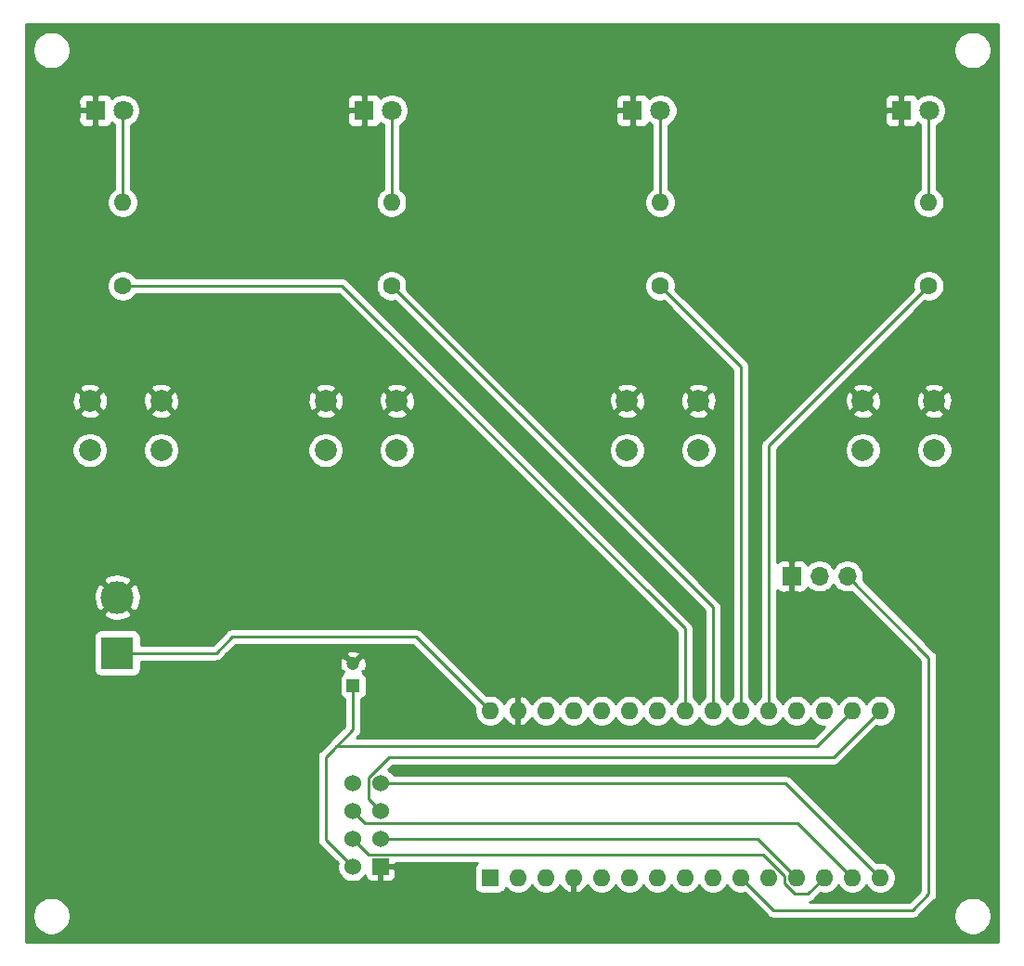
<source format=gbr>
%TF.GenerationSoftware,KiCad,Pcbnew,(5.1.10)-1*%
%TF.CreationDate,2021-11-09T21:09:32+01:00*%
%TF.ProjectId,BuzzerHost,42757a7a-6572-4486-9f73-742e6b696361,1.0*%
%TF.SameCoordinates,Original*%
%TF.FileFunction,Copper,L1,Top*%
%TF.FilePolarity,Positive*%
%FSLAX46Y46*%
G04 Gerber Fmt 4.6, Leading zero omitted, Abs format (unit mm)*
G04 Created by KiCad (PCBNEW (5.1.10)-1) date 2021-11-09 21:09:32*
%MOMM*%
%LPD*%
G01*
G04 APERTURE LIST*
%TA.AperFunction,ComponentPad*%
%ADD10C,2.000000*%
%TD*%
%TA.AperFunction,ComponentPad*%
%ADD11R,1.600000X1.600000*%
%TD*%
%TA.AperFunction,ComponentPad*%
%ADD12O,1.600000X1.600000*%
%TD*%
%TA.AperFunction,ComponentPad*%
%ADD13R,1.200000X1.200000*%
%TD*%
%TA.AperFunction,ComponentPad*%
%ADD14C,1.200000*%
%TD*%
%TA.AperFunction,ComponentPad*%
%ADD15C,1.800000*%
%TD*%
%TA.AperFunction,ComponentPad*%
%ADD16R,1.800000X1.800000*%
%TD*%
%TA.AperFunction,ComponentPad*%
%ADD17R,3.000000X3.000000*%
%TD*%
%TA.AperFunction,ComponentPad*%
%ADD18C,3.000000*%
%TD*%
%TA.AperFunction,ComponentPad*%
%ADD19R,1.700000X1.700000*%
%TD*%
%TA.AperFunction,ComponentPad*%
%ADD20O,1.700000X1.700000*%
%TD*%
%TA.AperFunction,ComponentPad*%
%ADD21C,1.600000*%
%TD*%
%TA.AperFunction,ComponentPad*%
%ADD22R,1.524000X1.524000*%
%TD*%
%TA.AperFunction,ComponentPad*%
%ADD23C,1.524000*%
%TD*%
%TA.AperFunction,Conductor*%
%ADD24C,0.250000*%
%TD*%
%TA.AperFunction,Conductor*%
%ADD25C,0.254000*%
%TD*%
%TA.AperFunction,Conductor*%
%ADD26C,0.100000*%
%TD*%
G04 APERTURE END LIST*
D10*
%TO.P,SW1,1*%
%TO.N,GND*%
X132000000Y-100000000D03*
%TO.P,SW1,2*%
%TO.N,Net-(A1-Pad8)*%
X132000000Y-104500000D03*
%TO.P,SW1,1*%
%TO.N,GND*%
X138500000Y-100000000D03*
%TO.P,SW1,2*%
%TO.N,Net-(A1-Pad8)*%
X138500000Y-104500000D03*
%TD*%
D11*
%TO.P,A1,1*%
%TO.N,Net-(A1-Pad1)*%
X98000000Y-143500000D03*
D12*
%TO.P,A1,17*%
%TO.N,Net-(A1-Pad17)*%
X131020000Y-128260000D03*
%TO.P,A1,2*%
%TO.N,Net-(A1-Pad2)*%
X100540000Y-143500000D03*
%TO.P,A1,18*%
%TO.N,Net-(A1-Pad18)*%
X128480000Y-128260000D03*
%TO.P,A1,3*%
%TO.N,Net-(A1-Pad3)*%
X103080000Y-143500000D03*
%TO.P,A1,19*%
%TO.N,Net-(A1-Pad19)*%
X125940000Y-128260000D03*
%TO.P,A1,4*%
%TO.N,GND*%
X105620000Y-143500000D03*
%TO.P,A1,20*%
%TO.N,Net-(A1-Pad20)*%
X123400000Y-128260000D03*
%TO.P,A1,5*%
%TO.N,Net-(A1-Pad5)*%
X108160000Y-143500000D03*
%TO.P,A1,21*%
%TO.N,Net-(A1-Pad21)*%
X120860000Y-128260000D03*
%TO.P,A1,6*%
%TO.N,Net-(A1-Pad6)*%
X110700000Y-143500000D03*
%TO.P,A1,22*%
%TO.N,Net-(A1-Pad22)*%
X118320000Y-128260000D03*
%TO.P,A1,7*%
%TO.N,Net-(A1-Pad7)*%
X113240000Y-143500000D03*
%TO.P,A1,23*%
%TO.N,Net-(A1-Pad23)*%
X115780000Y-128260000D03*
%TO.P,A1,8*%
%TO.N,Net-(A1-Pad8)*%
X115780000Y-143500000D03*
%TO.P,A1,24*%
%TO.N,Net-(A1-Pad24)*%
X113240000Y-128260000D03*
%TO.P,A1,9*%
%TO.N,Net-(A1-Pad9)*%
X118320000Y-143500000D03*
%TO.P,A1,25*%
%TO.N,Net-(A1-Pad25)*%
X110700000Y-128260000D03*
%TO.P,A1,10*%
%TO.N,Net-(A1-Pad10)*%
X120860000Y-143500000D03*
%TO.P,A1,26*%
%TO.N,Net-(A1-Pad26)*%
X108160000Y-128260000D03*
%TO.P,A1,11*%
%TO.N,Net-(A1-Pad11)*%
X123400000Y-143500000D03*
%TO.P,A1,27*%
%TO.N,Net-(A1-Pad27)*%
X105620000Y-128260000D03*
%TO.P,A1,12*%
%TO.N,Net-(A1-Pad12)*%
X125940000Y-143500000D03*
%TO.P,A1,28*%
%TO.N,Net-(A1-Pad28)*%
X103080000Y-128260000D03*
%TO.P,A1,13*%
%TO.N,Net-(A1-Pad13)*%
X128480000Y-143500000D03*
%TO.P,A1,29*%
%TO.N,GND*%
X100540000Y-128260000D03*
%TO.P,A1,14*%
%TO.N,Net-(A1-Pad14)*%
X131020000Y-143500000D03*
%TO.P,A1,30*%
%TO.N,+9V*%
X98000000Y-128260000D03*
%TO.P,A1,15*%
%TO.N,Net-(A1-Pad15)*%
X133560000Y-143500000D03*
%TO.P,A1,16*%
%TO.N,Net-(A1-Pad16)*%
X133560000Y-128260000D03*
%TD*%
D13*
%TO.P,C1,1*%
%TO.N,Net-(A1-Pad17)*%
X85500000Y-126000000D03*
D14*
%TO.P,C1,2*%
%TO.N,GND*%
X85500000Y-124000000D03*
%TD*%
D15*
%TO.P,D1,2*%
%TO.N,Net-(D1-Pad2)*%
X138040000Y-73500000D03*
D16*
%TO.P,D1,1*%
%TO.N,GND*%
X135500000Y-73500000D03*
%TD*%
%TO.P,D2,1*%
%TO.N,GND*%
X111000000Y-73500000D03*
D15*
%TO.P,D2,2*%
%TO.N,Net-(D2-Pad2)*%
X113540000Y-73500000D03*
%TD*%
%TO.P,D3,2*%
%TO.N,Net-(D3-Pad2)*%
X89040000Y-73500000D03*
D16*
%TO.P,D3,1*%
%TO.N,GND*%
X86500000Y-73500000D03*
%TD*%
%TO.P,D4,1*%
%TO.N,GND*%
X62000000Y-73500000D03*
D15*
%TO.P,D4,2*%
%TO.N,Net-(D4-Pad2)*%
X64540000Y-73500000D03*
%TD*%
D17*
%TO.P,J1,1*%
%TO.N,+9V*%
X64000000Y-123000000D03*
D18*
%TO.P,J1,2*%
%TO.N,GND*%
X64000000Y-117920000D03*
%TD*%
D19*
%TO.P,J2,1*%
%TO.N,GND*%
X125500000Y-116000000D03*
D20*
%TO.P,J2,2*%
%TO.N,Net-(J2-Pad2)*%
X128040000Y-116000000D03*
%TO.P,J2,3*%
%TO.N,Net-(A1-Pad10)*%
X130580000Y-116000000D03*
%TD*%
D12*
%TO.P,R1,2*%
%TO.N,Net-(D1-Pad2)*%
X138000000Y-81880000D03*
D21*
%TO.P,R1,1*%
%TO.N,Net-(A1-Pad20)*%
X138000000Y-89500000D03*
%TD*%
%TO.P,R2,1*%
%TO.N,Net-(A1-Pad21)*%
X113500000Y-89500000D03*
D12*
%TO.P,R2,2*%
%TO.N,Net-(D2-Pad2)*%
X113500000Y-81880000D03*
%TD*%
D21*
%TO.P,R3,1*%
%TO.N,Net-(A1-Pad22)*%
X89000000Y-89500000D03*
D12*
%TO.P,R3,2*%
%TO.N,Net-(D3-Pad2)*%
X89000000Y-81880000D03*
%TD*%
%TO.P,R4,2*%
%TO.N,Net-(D4-Pad2)*%
X64500000Y-81880000D03*
D21*
%TO.P,R4,1*%
%TO.N,Net-(A1-Pad23)*%
X64500000Y-89500000D03*
%TD*%
D10*
%TO.P,SW2,2*%
%TO.N,Net-(A1-Pad7)*%
X117000000Y-104500000D03*
%TO.P,SW2,1*%
%TO.N,GND*%
X117000000Y-100000000D03*
%TO.P,SW2,2*%
%TO.N,Net-(A1-Pad7)*%
X110500000Y-104500000D03*
%TO.P,SW2,1*%
%TO.N,GND*%
X110500000Y-100000000D03*
%TD*%
%TO.P,SW3,1*%
%TO.N,GND*%
X83000000Y-100000000D03*
%TO.P,SW3,2*%
%TO.N,Net-(A1-Pad6)*%
X83000000Y-104500000D03*
%TO.P,SW3,1*%
%TO.N,GND*%
X89500000Y-100000000D03*
%TO.P,SW3,2*%
%TO.N,Net-(A1-Pad6)*%
X89500000Y-104500000D03*
%TD*%
%TO.P,SW4,2*%
%TO.N,Net-(A1-Pad5)*%
X68000000Y-104500000D03*
%TO.P,SW4,1*%
%TO.N,GND*%
X68000000Y-100000000D03*
%TO.P,SW4,2*%
%TO.N,Net-(A1-Pad5)*%
X61500000Y-104500000D03*
%TO.P,SW4,1*%
%TO.N,GND*%
X61500000Y-100000000D03*
%TD*%
D22*
%TO.P,U1,1*%
%TO.N,GND*%
X88000000Y-142500000D03*
D23*
%TO.P,U1,2*%
%TO.N,Net-(A1-Pad17)*%
X85460000Y-142500000D03*
%TO.P,U1,3*%
%TO.N,Net-(A1-Pad12)*%
X88000000Y-139960000D03*
%TO.P,U1,4*%
%TO.N,Net-(A1-Pad13)*%
X85460000Y-139960000D03*
%TO.P,U1,5*%
%TO.N,Net-(A1-Pad16)*%
X88000000Y-137420000D03*
%TO.P,U1,6*%
%TO.N,Net-(A1-Pad14)*%
X85460000Y-137420000D03*
%TO.P,U1,7*%
%TO.N,Net-(A1-Pad15)*%
X88000000Y-134880000D03*
%TO.P,U1,8*%
%TO.N,Net-(U1-Pad8)*%
X85460000Y-134880000D03*
%TD*%
D24*
%TO.N,Net-(A1-Pad17)*%
X85460000Y-142500000D02*
X83000000Y-140040000D01*
X83000000Y-140040000D02*
X83000000Y-133000000D01*
X83000000Y-133000000D02*
X83000000Y-132500000D01*
X127780000Y-131500000D02*
X131020000Y-128260000D01*
X84000000Y-131500000D02*
X127780000Y-131500000D01*
X85500000Y-130000000D02*
X83500000Y-132000000D01*
X85500000Y-126000000D02*
X85500000Y-130000000D01*
X83500000Y-132000000D02*
X84000000Y-131500000D01*
X83000000Y-132500000D02*
X83500000Y-132000000D01*
%TO.N,Net-(A1-Pad20)*%
X123400000Y-104100000D02*
X123400000Y-128260000D01*
X138000000Y-89500000D02*
X123400000Y-104100000D01*
%TO.N,Net-(A1-Pad21)*%
X120860000Y-96860000D02*
X120860000Y-128260000D01*
X113500000Y-89500000D02*
X120860000Y-96860000D01*
%TO.N,Net-(A1-Pad22)*%
X118320000Y-118820000D02*
X118320000Y-128260000D01*
X89000000Y-89500000D02*
X118320000Y-118820000D01*
%TO.N,Net-(A1-Pad23)*%
X64500000Y-89500000D02*
X84500000Y-89500000D01*
X115780000Y-120780000D02*
X115780000Y-128260000D01*
X84500000Y-89500000D02*
X115780000Y-120780000D01*
%TO.N,Net-(A1-Pad10)*%
X138000000Y-145000000D02*
X136500000Y-146500000D01*
X123860000Y-146500000D02*
X120860000Y-143500000D01*
X136500000Y-146500000D02*
X123860000Y-146500000D01*
X138000000Y-123420000D02*
X138000000Y-124500000D01*
X130580000Y-116000000D02*
X138000000Y-123420000D01*
X138000000Y-124500000D02*
X138000000Y-145000000D01*
X138000000Y-124000000D02*
X138000000Y-124500000D01*
%TO.N,Net-(A1-Pad12)*%
X122400000Y-139960000D02*
X125940000Y-143500000D01*
X88000000Y-139960000D02*
X122400000Y-139960000D01*
%TO.N,Net-(A1-Pad13)*%
X124814999Y-144040001D02*
X125774998Y-145000000D01*
X124814999Y-143314999D02*
X124814999Y-144040001D01*
X122912999Y-141412999D02*
X124814999Y-143314999D01*
X86912999Y-141412999D02*
X122912999Y-141412999D01*
X85460000Y-139960000D02*
X86912999Y-141412999D01*
X126980000Y-145000000D02*
X128480000Y-143500000D01*
X125774998Y-145000000D02*
X126980000Y-145000000D01*
%TO.N,Net-(A1-Pad14)*%
X126027001Y-138507001D02*
X131020000Y-143500000D01*
X86547001Y-138507001D02*
X126027001Y-138507001D01*
X85460000Y-137420000D02*
X86547001Y-138507001D01*
%TO.N,+9V*%
X64000000Y-123000000D02*
X73000000Y-123000000D01*
X73000000Y-123000000D02*
X74500000Y-121500000D01*
X91240000Y-121500000D02*
X98000000Y-128260000D01*
X74500000Y-121500000D02*
X91240000Y-121500000D01*
%TO.N,Net-(A1-Pad15)*%
X124940000Y-134880000D02*
X133560000Y-143500000D01*
X88000000Y-134880000D02*
X124940000Y-134880000D01*
%TO.N,Net-(A1-Pad16)*%
X88000000Y-137420000D02*
X88000000Y-137500000D01*
X86912999Y-134358239D02*
X88771238Y-132500000D01*
X86912999Y-136332999D02*
X86912999Y-134358239D01*
X88000000Y-137420000D02*
X86912999Y-136332999D01*
X129320000Y-132500000D02*
X133560000Y-128260000D01*
X88771238Y-132500000D02*
X129320000Y-132500000D01*
%TO.N,Net-(D1-Pad2)*%
X138000000Y-73540000D02*
X138040000Y-73500000D01*
X138000000Y-81880000D02*
X138000000Y-73540000D01*
%TO.N,Net-(D2-Pad2)*%
X113500000Y-73540000D02*
X113540000Y-73500000D01*
X113500000Y-81880000D02*
X113500000Y-73540000D01*
%TO.N,Net-(D3-Pad2)*%
X89000000Y-73540000D02*
X89040000Y-73500000D01*
X89000000Y-81880000D02*
X89000000Y-73540000D01*
%TO.N,Net-(D4-Pad2)*%
X64500000Y-73540000D02*
X64540000Y-73500000D01*
X64500000Y-81880000D02*
X64500000Y-73540000D01*
%TD*%
D25*
%TO.N,GND*%
X144340000Y-149340000D02*
X55660000Y-149340000D01*
X55660000Y-146829117D01*
X56265000Y-146829117D01*
X56265000Y-147170883D01*
X56331675Y-147506081D01*
X56462463Y-147821831D01*
X56652337Y-148105998D01*
X56894002Y-148347663D01*
X57178169Y-148537537D01*
X57493919Y-148668325D01*
X57829117Y-148735000D01*
X58170883Y-148735000D01*
X58506081Y-148668325D01*
X58821831Y-148537537D01*
X59105998Y-148347663D01*
X59347663Y-148105998D01*
X59537537Y-147821831D01*
X59668325Y-147506081D01*
X59735000Y-147170883D01*
X59735000Y-146829117D01*
X59668325Y-146493919D01*
X59537537Y-146178169D01*
X59347663Y-145894002D01*
X59105998Y-145652337D01*
X58821831Y-145462463D01*
X58506081Y-145331675D01*
X58170883Y-145265000D01*
X57829117Y-145265000D01*
X57493919Y-145331675D01*
X57178169Y-145462463D01*
X56894002Y-145652337D01*
X56652337Y-145894002D01*
X56462463Y-146178169D01*
X56331675Y-146493919D01*
X56265000Y-146829117D01*
X55660000Y-146829117D01*
X55660000Y-121500000D01*
X61861928Y-121500000D01*
X61861928Y-124500000D01*
X61874188Y-124624482D01*
X61910498Y-124744180D01*
X61969463Y-124854494D01*
X62048815Y-124951185D01*
X62145506Y-125030537D01*
X62255820Y-125089502D01*
X62375518Y-125125812D01*
X62500000Y-125138072D01*
X65500000Y-125138072D01*
X65624482Y-125125812D01*
X65744180Y-125089502D01*
X65854494Y-125030537D01*
X65951185Y-124951185D01*
X66030537Y-124854494D01*
X66089502Y-124744180D01*
X66125812Y-124624482D01*
X66138072Y-124500000D01*
X66138072Y-123760000D01*
X72962678Y-123760000D01*
X73000000Y-123763676D01*
X73037322Y-123760000D01*
X73037333Y-123760000D01*
X73148986Y-123749003D01*
X73292247Y-123705546D01*
X73424276Y-123634974D01*
X73540001Y-123540001D01*
X73563804Y-123510997D01*
X73924565Y-123150236D01*
X84829841Y-123150236D01*
X85500000Y-123820395D01*
X86170159Y-123150236D01*
X86122852Y-122926652D01*
X85901484Y-122825763D01*
X85664687Y-122770000D01*
X85421562Y-122761505D01*
X85181451Y-122800605D01*
X84953582Y-122885798D01*
X84877148Y-122926652D01*
X84829841Y-123150236D01*
X73924565Y-123150236D01*
X74814802Y-122260000D01*
X90925199Y-122260000D01*
X96601312Y-127936114D01*
X96565000Y-128118665D01*
X96565000Y-128401335D01*
X96620147Y-128678574D01*
X96728320Y-128939727D01*
X96885363Y-129174759D01*
X97085241Y-129374637D01*
X97320273Y-129531680D01*
X97581426Y-129639853D01*
X97858665Y-129695000D01*
X98141335Y-129695000D01*
X98418574Y-129639853D01*
X98679727Y-129531680D01*
X98914759Y-129374637D01*
X99114637Y-129174759D01*
X99271680Y-128939727D01*
X99276067Y-128929135D01*
X99387615Y-129115131D01*
X99576586Y-129323519D01*
X99802580Y-129491037D01*
X100056913Y-129611246D01*
X100190961Y-129651904D01*
X100413000Y-129529915D01*
X100413000Y-128387000D01*
X100393000Y-128387000D01*
X100393000Y-128133000D01*
X100413000Y-128133000D01*
X100413000Y-126990085D01*
X100190961Y-126868096D01*
X100056913Y-126908754D01*
X99802580Y-127028963D01*
X99576586Y-127196481D01*
X99387615Y-127404869D01*
X99276067Y-127590865D01*
X99271680Y-127580273D01*
X99114637Y-127345241D01*
X98914759Y-127145363D01*
X98679727Y-126988320D01*
X98418574Y-126880147D01*
X98141335Y-126825000D01*
X97858665Y-126825000D01*
X97676114Y-126861312D01*
X91803804Y-120989003D01*
X91780001Y-120959999D01*
X91664276Y-120865026D01*
X91532247Y-120794454D01*
X91388986Y-120750997D01*
X91277333Y-120740000D01*
X91277322Y-120740000D01*
X91240000Y-120736324D01*
X91202678Y-120740000D01*
X74537322Y-120740000D01*
X74499999Y-120736324D01*
X74462676Y-120740000D01*
X74462667Y-120740000D01*
X74351014Y-120750997D01*
X74207753Y-120794454D01*
X74075724Y-120865026D01*
X73959999Y-120959999D01*
X73936201Y-120988997D01*
X72685199Y-122240000D01*
X66138072Y-122240000D01*
X66138072Y-121500000D01*
X66125812Y-121375518D01*
X66089502Y-121255820D01*
X66030537Y-121145506D01*
X65951185Y-121048815D01*
X65854494Y-120969463D01*
X65744180Y-120910498D01*
X65624482Y-120874188D01*
X65500000Y-120861928D01*
X62500000Y-120861928D01*
X62375518Y-120874188D01*
X62255820Y-120910498D01*
X62145506Y-120969463D01*
X62048815Y-121048815D01*
X61969463Y-121145506D01*
X61910498Y-121255820D01*
X61874188Y-121375518D01*
X61861928Y-121500000D01*
X55660000Y-121500000D01*
X55660000Y-119411653D01*
X62687952Y-119411653D01*
X62843962Y-119727214D01*
X63218745Y-119918020D01*
X63623551Y-120032044D01*
X64042824Y-120064902D01*
X64460451Y-120015334D01*
X64860383Y-119885243D01*
X65156038Y-119727214D01*
X65312048Y-119411653D01*
X64000000Y-118099605D01*
X62687952Y-119411653D01*
X55660000Y-119411653D01*
X55660000Y-117962824D01*
X61855098Y-117962824D01*
X61904666Y-118380451D01*
X62034757Y-118780383D01*
X62192786Y-119076038D01*
X62508347Y-119232048D01*
X63820395Y-117920000D01*
X64179605Y-117920000D01*
X65491653Y-119232048D01*
X65807214Y-119076038D01*
X65998020Y-118701255D01*
X66112044Y-118296449D01*
X66144902Y-117877176D01*
X66095334Y-117459549D01*
X65965243Y-117059617D01*
X65807214Y-116763962D01*
X65491653Y-116607952D01*
X64179605Y-117920000D01*
X63820395Y-117920000D01*
X62508347Y-116607952D01*
X62192786Y-116763962D01*
X62001980Y-117138745D01*
X61887956Y-117543551D01*
X61855098Y-117962824D01*
X55660000Y-117962824D01*
X55660000Y-116428347D01*
X62687952Y-116428347D01*
X64000000Y-117740395D01*
X65312048Y-116428347D01*
X65156038Y-116112786D01*
X64781255Y-115921980D01*
X64376449Y-115807956D01*
X63957176Y-115775098D01*
X63539549Y-115824666D01*
X63139617Y-115954757D01*
X62843962Y-116112786D01*
X62687952Y-116428347D01*
X55660000Y-116428347D01*
X55660000Y-104338967D01*
X59865000Y-104338967D01*
X59865000Y-104661033D01*
X59927832Y-104976912D01*
X60051082Y-105274463D01*
X60230013Y-105542252D01*
X60457748Y-105769987D01*
X60725537Y-105948918D01*
X61023088Y-106072168D01*
X61338967Y-106135000D01*
X61661033Y-106135000D01*
X61976912Y-106072168D01*
X62274463Y-105948918D01*
X62542252Y-105769987D01*
X62769987Y-105542252D01*
X62948918Y-105274463D01*
X63072168Y-104976912D01*
X63135000Y-104661033D01*
X63135000Y-104338967D01*
X66365000Y-104338967D01*
X66365000Y-104661033D01*
X66427832Y-104976912D01*
X66551082Y-105274463D01*
X66730013Y-105542252D01*
X66957748Y-105769987D01*
X67225537Y-105948918D01*
X67523088Y-106072168D01*
X67838967Y-106135000D01*
X68161033Y-106135000D01*
X68476912Y-106072168D01*
X68774463Y-105948918D01*
X69042252Y-105769987D01*
X69269987Y-105542252D01*
X69448918Y-105274463D01*
X69572168Y-104976912D01*
X69635000Y-104661033D01*
X69635000Y-104338967D01*
X81365000Y-104338967D01*
X81365000Y-104661033D01*
X81427832Y-104976912D01*
X81551082Y-105274463D01*
X81730013Y-105542252D01*
X81957748Y-105769987D01*
X82225537Y-105948918D01*
X82523088Y-106072168D01*
X82838967Y-106135000D01*
X83161033Y-106135000D01*
X83476912Y-106072168D01*
X83774463Y-105948918D01*
X84042252Y-105769987D01*
X84269987Y-105542252D01*
X84448918Y-105274463D01*
X84572168Y-104976912D01*
X84635000Y-104661033D01*
X84635000Y-104338967D01*
X87865000Y-104338967D01*
X87865000Y-104661033D01*
X87927832Y-104976912D01*
X88051082Y-105274463D01*
X88230013Y-105542252D01*
X88457748Y-105769987D01*
X88725537Y-105948918D01*
X89023088Y-106072168D01*
X89338967Y-106135000D01*
X89661033Y-106135000D01*
X89976912Y-106072168D01*
X90274463Y-105948918D01*
X90542252Y-105769987D01*
X90769987Y-105542252D01*
X90948918Y-105274463D01*
X91072168Y-104976912D01*
X91135000Y-104661033D01*
X91135000Y-104338967D01*
X91072168Y-104023088D01*
X90948918Y-103725537D01*
X90769987Y-103457748D01*
X90542252Y-103230013D01*
X90274463Y-103051082D01*
X89976912Y-102927832D01*
X89661033Y-102865000D01*
X89338967Y-102865000D01*
X89023088Y-102927832D01*
X88725537Y-103051082D01*
X88457748Y-103230013D01*
X88230013Y-103457748D01*
X88051082Y-103725537D01*
X87927832Y-104023088D01*
X87865000Y-104338967D01*
X84635000Y-104338967D01*
X84572168Y-104023088D01*
X84448918Y-103725537D01*
X84269987Y-103457748D01*
X84042252Y-103230013D01*
X83774463Y-103051082D01*
X83476912Y-102927832D01*
X83161033Y-102865000D01*
X82838967Y-102865000D01*
X82523088Y-102927832D01*
X82225537Y-103051082D01*
X81957748Y-103230013D01*
X81730013Y-103457748D01*
X81551082Y-103725537D01*
X81427832Y-104023088D01*
X81365000Y-104338967D01*
X69635000Y-104338967D01*
X69572168Y-104023088D01*
X69448918Y-103725537D01*
X69269987Y-103457748D01*
X69042252Y-103230013D01*
X68774463Y-103051082D01*
X68476912Y-102927832D01*
X68161033Y-102865000D01*
X67838967Y-102865000D01*
X67523088Y-102927832D01*
X67225537Y-103051082D01*
X66957748Y-103230013D01*
X66730013Y-103457748D01*
X66551082Y-103725537D01*
X66427832Y-104023088D01*
X66365000Y-104338967D01*
X63135000Y-104338967D01*
X63072168Y-104023088D01*
X62948918Y-103725537D01*
X62769987Y-103457748D01*
X62542252Y-103230013D01*
X62274463Y-103051082D01*
X61976912Y-102927832D01*
X61661033Y-102865000D01*
X61338967Y-102865000D01*
X61023088Y-102927832D01*
X60725537Y-103051082D01*
X60457748Y-103230013D01*
X60230013Y-103457748D01*
X60051082Y-103725537D01*
X59927832Y-104023088D01*
X59865000Y-104338967D01*
X55660000Y-104338967D01*
X55660000Y-101135413D01*
X60544192Y-101135413D01*
X60639956Y-101399814D01*
X60929571Y-101540704D01*
X61241108Y-101622384D01*
X61562595Y-101641718D01*
X61881675Y-101597961D01*
X62186088Y-101492795D01*
X62360044Y-101399814D01*
X62455808Y-101135413D01*
X67044192Y-101135413D01*
X67139956Y-101399814D01*
X67429571Y-101540704D01*
X67741108Y-101622384D01*
X68062595Y-101641718D01*
X68381675Y-101597961D01*
X68686088Y-101492795D01*
X68860044Y-101399814D01*
X68955808Y-101135413D01*
X82044192Y-101135413D01*
X82139956Y-101399814D01*
X82429571Y-101540704D01*
X82741108Y-101622384D01*
X83062595Y-101641718D01*
X83381675Y-101597961D01*
X83686088Y-101492795D01*
X83860044Y-101399814D01*
X83955808Y-101135413D01*
X88544192Y-101135413D01*
X88639956Y-101399814D01*
X88929571Y-101540704D01*
X89241108Y-101622384D01*
X89562595Y-101641718D01*
X89881675Y-101597961D01*
X90186088Y-101492795D01*
X90360044Y-101399814D01*
X90455808Y-101135413D01*
X89500000Y-100179605D01*
X88544192Y-101135413D01*
X83955808Y-101135413D01*
X83000000Y-100179605D01*
X82044192Y-101135413D01*
X68955808Y-101135413D01*
X68000000Y-100179605D01*
X67044192Y-101135413D01*
X62455808Y-101135413D01*
X61500000Y-100179605D01*
X60544192Y-101135413D01*
X55660000Y-101135413D01*
X55660000Y-100062595D01*
X59858282Y-100062595D01*
X59902039Y-100381675D01*
X60007205Y-100686088D01*
X60100186Y-100860044D01*
X60364587Y-100955808D01*
X61320395Y-100000000D01*
X61679605Y-100000000D01*
X62635413Y-100955808D01*
X62899814Y-100860044D01*
X63040704Y-100570429D01*
X63122384Y-100258892D01*
X63134189Y-100062595D01*
X66358282Y-100062595D01*
X66402039Y-100381675D01*
X66507205Y-100686088D01*
X66600186Y-100860044D01*
X66864587Y-100955808D01*
X67820395Y-100000000D01*
X68179605Y-100000000D01*
X69135413Y-100955808D01*
X69399814Y-100860044D01*
X69540704Y-100570429D01*
X69622384Y-100258892D01*
X69634189Y-100062595D01*
X81358282Y-100062595D01*
X81402039Y-100381675D01*
X81507205Y-100686088D01*
X81600186Y-100860044D01*
X81864587Y-100955808D01*
X82820395Y-100000000D01*
X83179605Y-100000000D01*
X84135413Y-100955808D01*
X84399814Y-100860044D01*
X84540704Y-100570429D01*
X84622384Y-100258892D01*
X84634189Y-100062595D01*
X87858282Y-100062595D01*
X87902039Y-100381675D01*
X88007205Y-100686088D01*
X88100186Y-100860044D01*
X88364587Y-100955808D01*
X89320395Y-100000000D01*
X89679605Y-100000000D01*
X90635413Y-100955808D01*
X90899814Y-100860044D01*
X91040704Y-100570429D01*
X91122384Y-100258892D01*
X91141718Y-99937405D01*
X91097961Y-99618325D01*
X90992795Y-99313912D01*
X90899814Y-99139956D01*
X90635413Y-99044192D01*
X89679605Y-100000000D01*
X89320395Y-100000000D01*
X88364587Y-99044192D01*
X88100186Y-99139956D01*
X87959296Y-99429571D01*
X87877616Y-99741108D01*
X87858282Y-100062595D01*
X84634189Y-100062595D01*
X84641718Y-99937405D01*
X84597961Y-99618325D01*
X84492795Y-99313912D01*
X84399814Y-99139956D01*
X84135413Y-99044192D01*
X83179605Y-100000000D01*
X82820395Y-100000000D01*
X81864587Y-99044192D01*
X81600186Y-99139956D01*
X81459296Y-99429571D01*
X81377616Y-99741108D01*
X81358282Y-100062595D01*
X69634189Y-100062595D01*
X69641718Y-99937405D01*
X69597961Y-99618325D01*
X69492795Y-99313912D01*
X69399814Y-99139956D01*
X69135413Y-99044192D01*
X68179605Y-100000000D01*
X67820395Y-100000000D01*
X66864587Y-99044192D01*
X66600186Y-99139956D01*
X66459296Y-99429571D01*
X66377616Y-99741108D01*
X66358282Y-100062595D01*
X63134189Y-100062595D01*
X63141718Y-99937405D01*
X63097961Y-99618325D01*
X62992795Y-99313912D01*
X62899814Y-99139956D01*
X62635413Y-99044192D01*
X61679605Y-100000000D01*
X61320395Y-100000000D01*
X60364587Y-99044192D01*
X60100186Y-99139956D01*
X59959296Y-99429571D01*
X59877616Y-99741108D01*
X59858282Y-100062595D01*
X55660000Y-100062595D01*
X55660000Y-98864587D01*
X60544192Y-98864587D01*
X61500000Y-99820395D01*
X62455808Y-98864587D01*
X67044192Y-98864587D01*
X68000000Y-99820395D01*
X68955808Y-98864587D01*
X82044192Y-98864587D01*
X83000000Y-99820395D01*
X83955808Y-98864587D01*
X88544192Y-98864587D01*
X89500000Y-99820395D01*
X90455808Y-98864587D01*
X90360044Y-98600186D01*
X90070429Y-98459296D01*
X89758892Y-98377616D01*
X89437405Y-98358282D01*
X89118325Y-98402039D01*
X88813912Y-98507205D01*
X88639956Y-98600186D01*
X88544192Y-98864587D01*
X83955808Y-98864587D01*
X83860044Y-98600186D01*
X83570429Y-98459296D01*
X83258892Y-98377616D01*
X82937405Y-98358282D01*
X82618325Y-98402039D01*
X82313912Y-98507205D01*
X82139956Y-98600186D01*
X82044192Y-98864587D01*
X68955808Y-98864587D01*
X68860044Y-98600186D01*
X68570429Y-98459296D01*
X68258892Y-98377616D01*
X67937405Y-98358282D01*
X67618325Y-98402039D01*
X67313912Y-98507205D01*
X67139956Y-98600186D01*
X67044192Y-98864587D01*
X62455808Y-98864587D01*
X62360044Y-98600186D01*
X62070429Y-98459296D01*
X61758892Y-98377616D01*
X61437405Y-98358282D01*
X61118325Y-98402039D01*
X60813912Y-98507205D01*
X60639956Y-98600186D01*
X60544192Y-98864587D01*
X55660000Y-98864587D01*
X55660000Y-89358665D01*
X63065000Y-89358665D01*
X63065000Y-89641335D01*
X63120147Y-89918574D01*
X63228320Y-90179727D01*
X63385363Y-90414759D01*
X63585241Y-90614637D01*
X63820273Y-90771680D01*
X64081426Y-90879853D01*
X64358665Y-90935000D01*
X64641335Y-90935000D01*
X64918574Y-90879853D01*
X65179727Y-90771680D01*
X65414759Y-90614637D01*
X65614637Y-90414759D01*
X65718043Y-90260000D01*
X84185199Y-90260000D01*
X115020000Y-121094802D01*
X115020001Y-127041956D01*
X114865241Y-127145363D01*
X114665363Y-127345241D01*
X114510000Y-127577759D01*
X114354637Y-127345241D01*
X114154759Y-127145363D01*
X113919727Y-126988320D01*
X113658574Y-126880147D01*
X113381335Y-126825000D01*
X113098665Y-126825000D01*
X112821426Y-126880147D01*
X112560273Y-126988320D01*
X112325241Y-127145363D01*
X112125363Y-127345241D01*
X111970000Y-127577759D01*
X111814637Y-127345241D01*
X111614759Y-127145363D01*
X111379727Y-126988320D01*
X111118574Y-126880147D01*
X110841335Y-126825000D01*
X110558665Y-126825000D01*
X110281426Y-126880147D01*
X110020273Y-126988320D01*
X109785241Y-127145363D01*
X109585363Y-127345241D01*
X109430000Y-127577759D01*
X109274637Y-127345241D01*
X109074759Y-127145363D01*
X108839727Y-126988320D01*
X108578574Y-126880147D01*
X108301335Y-126825000D01*
X108018665Y-126825000D01*
X107741426Y-126880147D01*
X107480273Y-126988320D01*
X107245241Y-127145363D01*
X107045363Y-127345241D01*
X106890000Y-127577759D01*
X106734637Y-127345241D01*
X106534759Y-127145363D01*
X106299727Y-126988320D01*
X106038574Y-126880147D01*
X105761335Y-126825000D01*
X105478665Y-126825000D01*
X105201426Y-126880147D01*
X104940273Y-126988320D01*
X104705241Y-127145363D01*
X104505363Y-127345241D01*
X104350000Y-127577759D01*
X104194637Y-127345241D01*
X103994759Y-127145363D01*
X103759727Y-126988320D01*
X103498574Y-126880147D01*
X103221335Y-126825000D01*
X102938665Y-126825000D01*
X102661426Y-126880147D01*
X102400273Y-126988320D01*
X102165241Y-127145363D01*
X101965363Y-127345241D01*
X101808320Y-127580273D01*
X101803933Y-127590865D01*
X101692385Y-127404869D01*
X101503414Y-127196481D01*
X101277420Y-127028963D01*
X101023087Y-126908754D01*
X100889039Y-126868096D01*
X100667000Y-126990085D01*
X100667000Y-128133000D01*
X100687000Y-128133000D01*
X100687000Y-128387000D01*
X100667000Y-128387000D01*
X100667000Y-129529915D01*
X100889039Y-129651904D01*
X101023087Y-129611246D01*
X101277420Y-129491037D01*
X101503414Y-129323519D01*
X101692385Y-129115131D01*
X101803933Y-128929135D01*
X101808320Y-128939727D01*
X101965363Y-129174759D01*
X102165241Y-129374637D01*
X102400273Y-129531680D01*
X102661426Y-129639853D01*
X102938665Y-129695000D01*
X103221335Y-129695000D01*
X103498574Y-129639853D01*
X103759727Y-129531680D01*
X103994759Y-129374637D01*
X104194637Y-129174759D01*
X104350000Y-128942241D01*
X104505363Y-129174759D01*
X104705241Y-129374637D01*
X104940273Y-129531680D01*
X105201426Y-129639853D01*
X105478665Y-129695000D01*
X105761335Y-129695000D01*
X106038574Y-129639853D01*
X106299727Y-129531680D01*
X106534759Y-129374637D01*
X106734637Y-129174759D01*
X106890000Y-128942241D01*
X107045363Y-129174759D01*
X107245241Y-129374637D01*
X107480273Y-129531680D01*
X107741426Y-129639853D01*
X108018665Y-129695000D01*
X108301335Y-129695000D01*
X108578574Y-129639853D01*
X108839727Y-129531680D01*
X109074759Y-129374637D01*
X109274637Y-129174759D01*
X109430000Y-128942241D01*
X109585363Y-129174759D01*
X109785241Y-129374637D01*
X110020273Y-129531680D01*
X110281426Y-129639853D01*
X110558665Y-129695000D01*
X110841335Y-129695000D01*
X111118574Y-129639853D01*
X111379727Y-129531680D01*
X111614759Y-129374637D01*
X111814637Y-129174759D01*
X111970000Y-128942241D01*
X112125363Y-129174759D01*
X112325241Y-129374637D01*
X112560273Y-129531680D01*
X112821426Y-129639853D01*
X113098665Y-129695000D01*
X113381335Y-129695000D01*
X113658574Y-129639853D01*
X113919727Y-129531680D01*
X114154759Y-129374637D01*
X114354637Y-129174759D01*
X114510000Y-128942241D01*
X114665363Y-129174759D01*
X114865241Y-129374637D01*
X115100273Y-129531680D01*
X115361426Y-129639853D01*
X115638665Y-129695000D01*
X115921335Y-129695000D01*
X116198574Y-129639853D01*
X116459727Y-129531680D01*
X116694759Y-129374637D01*
X116894637Y-129174759D01*
X117050000Y-128942241D01*
X117205363Y-129174759D01*
X117405241Y-129374637D01*
X117640273Y-129531680D01*
X117901426Y-129639853D01*
X118178665Y-129695000D01*
X118461335Y-129695000D01*
X118738574Y-129639853D01*
X118999727Y-129531680D01*
X119234759Y-129374637D01*
X119434637Y-129174759D01*
X119590000Y-128942241D01*
X119745363Y-129174759D01*
X119945241Y-129374637D01*
X120180273Y-129531680D01*
X120441426Y-129639853D01*
X120718665Y-129695000D01*
X121001335Y-129695000D01*
X121278574Y-129639853D01*
X121539727Y-129531680D01*
X121774759Y-129374637D01*
X121974637Y-129174759D01*
X122130000Y-128942241D01*
X122285363Y-129174759D01*
X122485241Y-129374637D01*
X122720273Y-129531680D01*
X122981426Y-129639853D01*
X123258665Y-129695000D01*
X123541335Y-129695000D01*
X123818574Y-129639853D01*
X124079727Y-129531680D01*
X124314759Y-129374637D01*
X124514637Y-129174759D01*
X124670000Y-128942241D01*
X124825363Y-129174759D01*
X125025241Y-129374637D01*
X125260273Y-129531680D01*
X125521426Y-129639853D01*
X125798665Y-129695000D01*
X126081335Y-129695000D01*
X126358574Y-129639853D01*
X126619727Y-129531680D01*
X126854759Y-129374637D01*
X127054637Y-129174759D01*
X127210000Y-128942241D01*
X127365363Y-129174759D01*
X127565241Y-129374637D01*
X127800273Y-129531680D01*
X128061426Y-129639853D01*
X128338665Y-129695000D01*
X128510199Y-129695000D01*
X127465199Y-130740000D01*
X85834802Y-130740000D01*
X86011003Y-130563799D01*
X86040001Y-130540001D01*
X86066332Y-130507917D01*
X86134974Y-130424277D01*
X86205546Y-130292247D01*
X86249003Y-130148986D01*
X86260000Y-130037333D01*
X86260000Y-130037324D01*
X86263676Y-130000001D01*
X86260000Y-129962678D01*
X86260000Y-127215038D01*
X86344180Y-127189502D01*
X86454494Y-127130537D01*
X86551185Y-127051185D01*
X86630537Y-126954494D01*
X86689502Y-126844180D01*
X86725812Y-126724482D01*
X86738072Y-126600000D01*
X86738072Y-125400000D01*
X86725812Y-125275518D01*
X86689502Y-125155820D01*
X86630537Y-125045506D01*
X86551185Y-124948815D01*
X86454494Y-124869463D01*
X86408994Y-124845142D01*
X86466872Y-124787264D01*
X86349766Y-124670158D01*
X86573348Y-124622852D01*
X86674237Y-124401484D01*
X86730000Y-124164687D01*
X86738495Y-123921562D01*
X86699395Y-123681451D01*
X86614202Y-123453582D01*
X86573348Y-123377148D01*
X86349764Y-123329841D01*
X85679605Y-124000000D01*
X85693748Y-124014143D01*
X85514143Y-124193748D01*
X85500000Y-124179605D01*
X85485858Y-124193748D01*
X85306253Y-124014143D01*
X85320395Y-124000000D01*
X84650236Y-123329841D01*
X84426652Y-123377148D01*
X84325763Y-123598516D01*
X84270000Y-123835313D01*
X84261505Y-124078438D01*
X84300605Y-124318549D01*
X84385798Y-124546418D01*
X84426652Y-124622852D01*
X84650234Y-124670158D01*
X84533128Y-124787264D01*
X84591006Y-124845142D01*
X84545506Y-124869463D01*
X84448815Y-124948815D01*
X84369463Y-125045506D01*
X84310498Y-125155820D01*
X84274188Y-125275518D01*
X84261928Y-125400000D01*
X84261928Y-126600000D01*
X84274188Y-126724482D01*
X84310498Y-126844180D01*
X84369463Y-126954494D01*
X84448815Y-127051185D01*
X84545506Y-127130537D01*
X84655820Y-127189502D01*
X84740000Y-127215038D01*
X84740001Y-129685197D01*
X83489001Y-130936197D01*
X83459999Y-130959999D01*
X83436197Y-130989001D01*
X82988998Y-131436201D01*
X82488998Y-131936201D01*
X82460000Y-131959999D01*
X82365026Y-132075724D01*
X82294454Y-132207753D01*
X82250997Y-132351014D01*
X82240000Y-132462667D01*
X82240000Y-132462678D01*
X82236324Y-132500000D01*
X82240000Y-132537322D01*
X82240000Y-133037332D01*
X82240001Y-133037342D01*
X82240000Y-140002677D01*
X82236324Y-140040000D01*
X82240000Y-140077322D01*
X82240000Y-140077332D01*
X82250997Y-140188985D01*
X82294454Y-140332246D01*
X82365026Y-140464276D01*
X82394345Y-140500001D01*
X82459999Y-140580001D01*
X82489003Y-140603804D01*
X84093628Y-142208430D01*
X84063000Y-142362408D01*
X84063000Y-142637592D01*
X84116686Y-142907490D01*
X84221995Y-143161727D01*
X84374880Y-143390535D01*
X84569465Y-143585120D01*
X84798273Y-143738005D01*
X85052510Y-143843314D01*
X85322408Y-143897000D01*
X85597592Y-143897000D01*
X85867490Y-143843314D01*
X86121727Y-143738005D01*
X86350535Y-143585120D01*
X86545120Y-143390535D01*
X86603920Y-143302535D01*
X86612188Y-143386482D01*
X86648498Y-143506180D01*
X86707463Y-143616494D01*
X86786815Y-143713185D01*
X86883506Y-143792537D01*
X86993820Y-143851502D01*
X87113518Y-143887812D01*
X87238000Y-143900072D01*
X87714250Y-143897000D01*
X87873000Y-143738250D01*
X87873000Y-142627000D01*
X88127000Y-142627000D01*
X88127000Y-143738250D01*
X88285750Y-143897000D01*
X88762000Y-143900072D01*
X88886482Y-143887812D01*
X89006180Y-143851502D01*
X89116494Y-143792537D01*
X89213185Y-143713185D01*
X89292537Y-143616494D01*
X89351502Y-143506180D01*
X89387812Y-143386482D01*
X89400072Y-143262000D01*
X89397000Y-142785750D01*
X89238250Y-142627000D01*
X88127000Y-142627000D01*
X87873000Y-142627000D01*
X87853000Y-142627000D01*
X87853000Y-142373000D01*
X87873000Y-142373000D01*
X87873000Y-142353000D01*
X88127000Y-142353000D01*
X88127000Y-142373000D01*
X89238250Y-142373000D01*
X89397000Y-142214250D01*
X89397266Y-142172999D01*
X96841197Y-142172999D01*
X96748815Y-142248815D01*
X96669463Y-142345506D01*
X96610498Y-142455820D01*
X96574188Y-142575518D01*
X96561928Y-142700000D01*
X96561928Y-144300000D01*
X96574188Y-144424482D01*
X96610498Y-144544180D01*
X96669463Y-144654494D01*
X96748815Y-144751185D01*
X96845506Y-144830537D01*
X96955820Y-144889502D01*
X97075518Y-144925812D01*
X97200000Y-144938072D01*
X98800000Y-144938072D01*
X98924482Y-144925812D01*
X99044180Y-144889502D01*
X99154494Y-144830537D01*
X99251185Y-144751185D01*
X99330537Y-144654494D01*
X99389502Y-144544180D01*
X99425812Y-144424482D01*
X99426643Y-144416039D01*
X99625241Y-144614637D01*
X99860273Y-144771680D01*
X100121426Y-144879853D01*
X100398665Y-144935000D01*
X100681335Y-144935000D01*
X100958574Y-144879853D01*
X101219727Y-144771680D01*
X101454759Y-144614637D01*
X101654637Y-144414759D01*
X101810000Y-144182241D01*
X101965363Y-144414759D01*
X102165241Y-144614637D01*
X102400273Y-144771680D01*
X102661426Y-144879853D01*
X102938665Y-144935000D01*
X103221335Y-144935000D01*
X103498574Y-144879853D01*
X103759727Y-144771680D01*
X103994759Y-144614637D01*
X104194637Y-144414759D01*
X104351680Y-144179727D01*
X104356067Y-144169135D01*
X104467615Y-144355131D01*
X104656586Y-144563519D01*
X104882580Y-144731037D01*
X105136913Y-144851246D01*
X105270961Y-144891904D01*
X105493000Y-144769915D01*
X105493000Y-143627000D01*
X105473000Y-143627000D01*
X105473000Y-143373000D01*
X105493000Y-143373000D01*
X105493000Y-143353000D01*
X105747000Y-143353000D01*
X105747000Y-143373000D01*
X105767000Y-143373000D01*
X105767000Y-143627000D01*
X105747000Y-143627000D01*
X105747000Y-144769915D01*
X105969039Y-144891904D01*
X106103087Y-144851246D01*
X106357420Y-144731037D01*
X106583414Y-144563519D01*
X106772385Y-144355131D01*
X106883933Y-144169135D01*
X106888320Y-144179727D01*
X107045363Y-144414759D01*
X107245241Y-144614637D01*
X107480273Y-144771680D01*
X107741426Y-144879853D01*
X108018665Y-144935000D01*
X108301335Y-144935000D01*
X108578574Y-144879853D01*
X108839727Y-144771680D01*
X109074759Y-144614637D01*
X109274637Y-144414759D01*
X109430000Y-144182241D01*
X109585363Y-144414759D01*
X109785241Y-144614637D01*
X110020273Y-144771680D01*
X110281426Y-144879853D01*
X110558665Y-144935000D01*
X110841335Y-144935000D01*
X111118574Y-144879853D01*
X111379727Y-144771680D01*
X111614759Y-144614637D01*
X111814637Y-144414759D01*
X111970000Y-144182241D01*
X112125363Y-144414759D01*
X112325241Y-144614637D01*
X112560273Y-144771680D01*
X112821426Y-144879853D01*
X113098665Y-144935000D01*
X113381335Y-144935000D01*
X113658574Y-144879853D01*
X113919727Y-144771680D01*
X114154759Y-144614637D01*
X114354637Y-144414759D01*
X114510000Y-144182241D01*
X114665363Y-144414759D01*
X114865241Y-144614637D01*
X115100273Y-144771680D01*
X115361426Y-144879853D01*
X115638665Y-144935000D01*
X115921335Y-144935000D01*
X116198574Y-144879853D01*
X116459727Y-144771680D01*
X116694759Y-144614637D01*
X116894637Y-144414759D01*
X117050000Y-144182241D01*
X117205363Y-144414759D01*
X117405241Y-144614637D01*
X117640273Y-144771680D01*
X117901426Y-144879853D01*
X118178665Y-144935000D01*
X118461335Y-144935000D01*
X118738574Y-144879853D01*
X118999727Y-144771680D01*
X119234759Y-144614637D01*
X119434637Y-144414759D01*
X119590000Y-144182241D01*
X119745363Y-144414759D01*
X119945241Y-144614637D01*
X120180273Y-144771680D01*
X120441426Y-144879853D01*
X120718665Y-144935000D01*
X121001335Y-144935000D01*
X121183886Y-144898688D01*
X123296201Y-147011003D01*
X123319999Y-147040001D01*
X123435724Y-147134974D01*
X123567753Y-147205546D01*
X123711014Y-147249003D01*
X123822667Y-147260000D01*
X123822675Y-147260000D01*
X123860000Y-147263676D01*
X123897325Y-147260000D01*
X136462678Y-147260000D01*
X136500000Y-147263676D01*
X136537322Y-147260000D01*
X136537333Y-147260000D01*
X136648986Y-147249003D01*
X136792247Y-147205546D01*
X136924276Y-147134974D01*
X137040001Y-147040001D01*
X137063804Y-147010997D01*
X137245684Y-146829117D01*
X140265000Y-146829117D01*
X140265000Y-147170883D01*
X140331675Y-147506081D01*
X140462463Y-147821831D01*
X140652337Y-148105998D01*
X140894002Y-148347663D01*
X141178169Y-148537537D01*
X141493919Y-148668325D01*
X141829117Y-148735000D01*
X142170883Y-148735000D01*
X142506081Y-148668325D01*
X142821831Y-148537537D01*
X143105998Y-148347663D01*
X143347663Y-148105998D01*
X143537537Y-147821831D01*
X143668325Y-147506081D01*
X143735000Y-147170883D01*
X143735000Y-146829117D01*
X143668325Y-146493919D01*
X143537537Y-146178169D01*
X143347663Y-145894002D01*
X143105998Y-145652337D01*
X142821831Y-145462463D01*
X142506081Y-145331675D01*
X142170883Y-145265000D01*
X141829117Y-145265000D01*
X141493919Y-145331675D01*
X141178169Y-145462463D01*
X140894002Y-145652337D01*
X140652337Y-145894002D01*
X140462463Y-146178169D01*
X140331675Y-146493919D01*
X140265000Y-146829117D01*
X137245684Y-146829117D01*
X138511003Y-145563799D01*
X138540001Y-145540001D01*
X138634974Y-145424276D01*
X138705546Y-145292247D01*
X138749003Y-145148986D01*
X138760000Y-145037333D01*
X138760000Y-145037324D01*
X138763676Y-145000001D01*
X138760000Y-144962678D01*
X138760000Y-123457325D01*
X138763676Y-123420000D01*
X138760000Y-123382675D01*
X138760000Y-123382667D01*
X138749003Y-123271014D01*
X138705546Y-123127753D01*
X138634974Y-122995724D01*
X138540001Y-122879999D01*
X138511004Y-122856202D01*
X132021209Y-116366408D01*
X132065000Y-116146260D01*
X132065000Y-115853740D01*
X132007932Y-115566842D01*
X131895990Y-115296589D01*
X131733475Y-115053368D01*
X131526632Y-114846525D01*
X131283411Y-114684010D01*
X131013158Y-114572068D01*
X130726260Y-114515000D01*
X130433740Y-114515000D01*
X130146842Y-114572068D01*
X129876589Y-114684010D01*
X129633368Y-114846525D01*
X129426525Y-115053368D01*
X129310000Y-115227760D01*
X129193475Y-115053368D01*
X128986632Y-114846525D01*
X128743411Y-114684010D01*
X128473158Y-114572068D01*
X128186260Y-114515000D01*
X127893740Y-114515000D01*
X127606842Y-114572068D01*
X127336589Y-114684010D01*
X127093368Y-114846525D01*
X126961513Y-114978380D01*
X126939502Y-114905820D01*
X126880537Y-114795506D01*
X126801185Y-114698815D01*
X126704494Y-114619463D01*
X126594180Y-114560498D01*
X126474482Y-114524188D01*
X126350000Y-114511928D01*
X125785750Y-114515000D01*
X125627000Y-114673750D01*
X125627000Y-115873000D01*
X125647000Y-115873000D01*
X125647000Y-116127000D01*
X125627000Y-116127000D01*
X125627000Y-117326250D01*
X125785750Y-117485000D01*
X126350000Y-117488072D01*
X126474482Y-117475812D01*
X126594180Y-117439502D01*
X126704494Y-117380537D01*
X126801185Y-117301185D01*
X126880537Y-117204494D01*
X126939502Y-117094180D01*
X126961513Y-117021620D01*
X127093368Y-117153475D01*
X127336589Y-117315990D01*
X127606842Y-117427932D01*
X127893740Y-117485000D01*
X128186260Y-117485000D01*
X128473158Y-117427932D01*
X128743411Y-117315990D01*
X128986632Y-117153475D01*
X129193475Y-116946632D01*
X129310000Y-116772240D01*
X129426525Y-116946632D01*
X129633368Y-117153475D01*
X129876589Y-117315990D01*
X130146842Y-117427932D01*
X130433740Y-117485000D01*
X130726260Y-117485000D01*
X130946408Y-117441209D01*
X137240000Y-123734802D01*
X137240001Y-123962663D01*
X137240000Y-123962668D01*
X137240000Y-124462668D01*
X137240001Y-144685197D01*
X136185199Y-145740000D01*
X127158665Y-145740000D01*
X127272247Y-145705546D01*
X127404276Y-145634974D01*
X127520001Y-145540001D01*
X127543804Y-145510997D01*
X128156114Y-144898688D01*
X128338665Y-144935000D01*
X128621335Y-144935000D01*
X128898574Y-144879853D01*
X129159727Y-144771680D01*
X129394759Y-144614637D01*
X129594637Y-144414759D01*
X129750000Y-144182241D01*
X129905363Y-144414759D01*
X130105241Y-144614637D01*
X130340273Y-144771680D01*
X130601426Y-144879853D01*
X130878665Y-144935000D01*
X131161335Y-144935000D01*
X131438574Y-144879853D01*
X131699727Y-144771680D01*
X131934759Y-144614637D01*
X132134637Y-144414759D01*
X132290000Y-144182241D01*
X132445363Y-144414759D01*
X132645241Y-144614637D01*
X132880273Y-144771680D01*
X133141426Y-144879853D01*
X133418665Y-144935000D01*
X133701335Y-144935000D01*
X133978574Y-144879853D01*
X134239727Y-144771680D01*
X134474759Y-144614637D01*
X134674637Y-144414759D01*
X134831680Y-144179727D01*
X134939853Y-143918574D01*
X134995000Y-143641335D01*
X134995000Y-143358665D01*
X134939853Y-143081426D01*
X134831680Y-142820273D01*
X134674637Y-142585241D01*
X134474759Y-142385363D01*
X134239727Y-142228320D01*
X133978574Y-142120147D01*
X133701335Y-142065000D01*
X133418665Y-142065000D01*
X133236114Y-142101312D01*
X125503804Y-134369003D01*
X125480001Y-134339999D01*
X125364276Y-134245026D01*
X125232247Y-134174454D01*
X125088986Y-134130997D01*
X124977333Y-134120000D01*
X124977322Y-134120000D01*
X124940000Y-134116324D01*
X124902678Y-134120000D01*
X89172341Y-134120000D01*
X89085120Y-133989465D01*
X88890535Y-133794880D01*
X88687095Y-133658945D01*
X89086040Y-133260000D01*
X129282678Y-133260000D01*
X129320000Y-133263676D01*
X129357322Y-133260000D01*
X129357333Y-133260000D01*
X129468986Y-133249003D01*
X129612247Y-133205546D01*
X129744276Y-133134974D01*
X129860001Y-133040001D01*
X129883804Y-133010997D01*
X133236114Y-129658688D01*
X133418665Y-129695000D01*
X133701335Y-129695000D01*
X133978574Y-129639853D01*
X134239727Y-129531680D01*
X134474759Y-129374637D01*
X134674637Y-129174759D01*
X134831680Y-128939727D01*
X134939853Y-128678574D01*
X134995000Y-128401335D01*
X134995000Y-128118665D01*
X134939853Y-127841426D01*
X134831680Y-127580273D01*
X134674637Y-127345241D01*
X134474759Y-127145363D01*
X134239727Y-126988320D01*
X133978574Y-126880147D01*
X133701335Y-126825000D01*
X133418665Y-126825000D01*
X133141426Y-126880147D01*
X132880273Y-126988320D01*
X132645241Y-127145363D01*
X132445363Y-127345241D01*
X132290000Y-127577759D01*
X132134637Y-127345241D01*
X131934759Y-127145363D01*
X131699727Y-126988320D01*
X131438574Y-126880147D01*
X131161335Y-126825000D01*
X130878665Y-126825000D01*
X130601426Y-126880147D01*
X130340273Y-126988320D01*
X130105241Y-127145363D01*
X129905363Y-127345241D01*
X129750000Y-127577759D01*
X129594637Y-127345241D01*
X129394759Y-127145363D01*
X129159727Y-126988320D01*
X128898574Y-126880147D01*
X128621335Y-126825000D01*
X128338665Y-126825000D01*
X128061426Y-126880147D01*
X127800273Y-126988320D01*
X127565241Y-127145363D01*
X127365363Y-127345241D01*
X127210000Y-127577759D01*
X127054637Y-127345241D01*
X126854759Y-127145363D01*
X126619727Y-126988320D01*
X126358574Y-126880147D01*
X126081335Y-126825000D01*
X125798665Y-126825000D01*
X125521426Y-126880147D01*
X125260273Y-126988320D01*
X125025241Y-127145363D01*
X124825363Y-127345241D01*
X124670000Y-127577759D01*
X124514637Y-127345241D01*
X124314759Y-127145363D01*
X124160000Y-127041957D01*
X124160000Y-117253889D01*
X124198815Y-117301185D01*
X124295506Y-117380537D01*
X124405820Y-117439502D01*
X124525518Y-117475812D01*
X124650000Y-117488072D01*
X125214250Y-117485000D01*
X125373000Y-117326250D01*
X125373000Y-116127000D01*
X125353000Y-116127000D01*
X125353000Y-115873000D01*
X125373000Y-115873000D01*
X125373000Y-114673750D01*
X125214250Y-114515000D01*
X124650000Y-114511928D01*
X124525518Y-114524188D01*
X124405820Y-114560498D01*
X124295506Y-114619463D01*
X124198815Y-114698815D01*
X124160000Y-114746111D01*
X124160000Y-104414801D01*
X124235834Y-104338967D01*
X130365000Y-104338967D01*
X130365000Y-104661033D01*
X130427832Y-104976912D01*
X130551082Y-105274463D01*
X130730013Y-105542252D01*
X130957748Y-105769987D01*
X131225537Y-105948918D01*
X131523088Y-106072168D01*
X131838967Y-106135000D01*
X132161033Y-106135000D01*
X132476912Y-106072168D01*
X132774463Y-105948918D01*
X133042252Y-105769987D01*
X133269987Y-105542252D01*
X133448918Y-105274463D01*
X133572168Y-104976912D01*
X133635000Y-104661033D01*
X133635000Y-104338967D01*
X136865000Y-104338967D01*
X136865000Y-104661033D01*
X136927832Y-104976912D01*
X137051082Y-105274463D01*
X137230013Y-105542252D01*
X137457748Y-105769987D01*
X137725537Y-105948918D01*
X138023088Y-106072168D01*
X138338967Y-106135000D01*
X138661033Y-106135000D01*
X138976912Y-106072168D01*
X139274463Y-105948918D01*
X139542252Y-105769987D01*
X139769987Y-105542252D01*
X139948918Y-105274463D01*
X140072168Y-104976912D01*
X140135000Y-104661033D01*
X140135000Y-104338967D01*
X140072168Y-104023088D01*
X139948918Y-103725537D01*
X139769987Y-103457748D01*
X139542252Y-103230013D01*
X139274463Y-103051082D01*
X138976912Y-102927832D01*
X138661033Y-102865000D01*
X138338967Y-102865000D01*
X138023088Y-102927832D01*
X137725537Y-103051082D01*
X137457748Y-103230013D01*
X137230013Y-103457748D01*
X137051082Y-103725537D01*
X136927832Y-104023088D01*
X136865000Y-104338967D01*
X133635000Y-104338967D01*
X133572168Y-104023088D01*
X133448918Y-103725537D01*
X133269987Y-103457748D01*
X133042252Y-103230013D01*
X132774463Y-103051082D01*
X132476912Y-102927832D01*
X132161033Y-102865000D01*
X131838967Y-102865000D01*
X131523088Y-102927832D01*
X131225537Y-103051082D01*
X130957748Y-103230013D01*
X130730013Y-103457748D01*
X130551082Y-103725537D01*
X130427832Y-104023088D01*
X130365000Y-104338967D01*
X124235834Y-104338967D01*
X127439388Y-101135413D01*
X131044192Y-101135413D01*
X131139956Y-101399814D01*
X131429571Y-101540704D01*
X131741108Y-101622384D01*
X132062595Y-101641718D01*
X132381675Y-101597961D01*
X132686088Y-101492795D01*
X132860044Y-101399814D01*
X132955808Y-101135413D01*
X137544192Y-101135413D01*
X137639956Y-101399814D01*
X137929571Y-101540704D01*
X138241108Y-101622384D01*
X138562595Y-101641718D01*
X138881675Y-101597961D01*
X139186088Y-101492795D01*
X139360044Y-101399814D01*
X139455808Y-101135413D01*
X138500000Y-100179605D01*
X137544192Y-101135413D01*
X132955808Y-101135413D01*
X132000000Y-100179605D01*
X131044192Y-101135413D01*
X127439388Y-101135413D01*
X128512206Y-100062595D01*
X130358282Y-100062595D01*
X130402039Y-100381675D01*
X130507205Y-100686088D01*
X130600186Y-100860044D01*
X130864587Y-100955808D01*
X131820395Y-100000000D01*
X132179605Y-100000000D01*
X133135413Y-100955808D01*
X133399814Y-100860044D01*
X133540704Y-100570429D01*
X133622384Y-100258892D01*
X133634189Y-100062595D01*
X136858282Y-100062595D01*
X136902039Y-100381675D01*
X137007205Y-100686088D01*
X137100186Y-100860044D01*
X137364587Y-100955808D01*
X138320395Y-100000000D01*
X138679605Y-100000000D01*
X139635413Y-100955808D01*
X139899814Y-100860044D01*
X140040704Y-100570429D01*
X140122384Y-100258892D01*
X140141718Y-99937405D01*
X140097961Y-99618325D01*
X139992795Y-99313912D01*
X139899814Y-99139956D01*
X139635413Y-99044192D01*
X138679605Y-100000000D01*
X138320395Y-100000000D01*
X137364587Y-99044192D01*
X137100186Y-99139956D01*
X136959296Y-99429571D01*
X136877616Y-99741108D01*
X136858282Y-100062595D01*
X133634189Y-100062595D01*
X133641718Y-99937405D01*
X133597961Y-99618325D01*
X133492795Y-99313912D01*
X133399814Y-99139956D01*
X133135413Y-99044192D01*
X132179605Y-100000000D01*
X131820395Y-100000000D01*
X130864587Y-99044192D01*
X130600186Y-99139956D01*
X130459296Y-99429571D01*
X130377616Y-99741108D01*
X130358282Y-100062595D01*
X128512206Y-100062595D01*
X129710214Y-98864587D01*
X131044192Y-98864587D01*
X132000000Y-99820395D01*
X132955808Y-98864587D01*
X137544192Y-98864587D01*
X138500000Y-99820395D01*
X139455808Y-98864587D01*
X139360044Y-98600186D01*
X139070429Y-98459296D01*
X138758892Y-98377616D01*
X138437405Y-98358282D01*
X138118325Y-98402039D01*
X137813912Y-98507205D01*
X137639956Y-98600186D01*
X137544192Y-98864587D01*
X132955808Y-98864587D01*
X132860044Y-98600186D01*
X132570429Y-98459296D01*
X132258892Y-98377616D01*
X131937405Y-98358282D01*
X131618325Y-98402039D01*
X131313912Y-98507205D01*
X131139956Y-98600186D01*
X131044192Y-98864587D01*
X129710214Y-98864587D01*
X137676114Y-90898688D01*
X137858665Y-90935000D01*
X138141335Y-90935000D01*
X138418574Y-90879853D01*
X138679727Y-90771680D01*
X138914759Y-90614637D01*
X139114637Y-90414759D01*
X139271680Y-90179727D01*
X139379853Y-89918574D01*
X139435000Y-89641335D01*
X139435000Y-89358665D01*
X139379853Y-89081426D01*
X139271680Y-88820273D01*
X139114637Y-88585241D01*
X138914759Y-88385363D01*
X138679727Y-88228320D01*
X138418574Y-88120147D01*
X138141335Y-88065000D01*
X137858665Y-88065000D01*
X137581426Y-88120147D01*
X137320273Y-88228320D01*
X137085241Y-88385363D01*
X136885363Y-88585241D01*
X136728320Y-88820273D01*
X136620147Y-89081426D01*
X136565000Y-89358665D01*
X136565000Y-89641335D01*
X136601312Y-89823886D01*
X122889003Y-103536196D01*
X122859999Y-103559999D01*
X122804871Y-103627174D01*
X122765026Y-103675724D01*
X122694455Y-103807753D01*
X122694454Y-103807754D01*
X122650997Y-103951015D01*
X122640000Y-104062668D01*
X122640000Y-104062678D01*
X122636324Y-104100000D01*
X122640000Y-104137322D01*
X122640001Y-127041956D01*
X122485241Y-127145363D01*
X122285363Y-127345241D01*
X122130000Y-127577759D01*
X121974637Y-127345241D01*
X121774759Y-127145363D01*
X121620000Y-127041957D01*
X121620000Y-96897323D01*
X121623676Y-96860000D01*
X121620000Y-96822677D01*
X121620000Y-96822667D01*
X121609003Y-96711014D01*
X121565546Y-96567753D01*
X121494974Y-96435724D01*
X121400001Y-96319999D01*
X121371004Y-96296202D01*
X114898688Y-89823887D01*
X114935000Y-89641335D01*
X114935000Y-89358665D01*
X114879853Y-89081426D01*
X114771680Y-88820273D01*
X114614637Y-88585241D01*
X114414759Y-88385363D01*
X114179727Y-88228320D01*
X113918574Y-88120147D01*
X113641335Y-88065000D01*
X113358665Y-88065000D01*
X113081426Y-88120147D01*
X112820273Y-88228320D01*
X112585241Y-88385363D01*
X112385363Y-88585241D01*
X112228320Y-88820273D01*
X112120147Y-89081426D01*
X112065000Y-89358665D01*
X112065000Y-89641335D01*
X112120147Y-89918574D01*
X112228320Y-90179727D01*
X112385363Y-90414759D01*
X112585241Y-90614637D01*
X112820273Y-90771680D01*
X113081426Y-90879853D01*
X113358665Y-90935000D01*
X113641335Y-90935000D01*
X113823887Y-90898688D01*
X120100000Y-97174802D01*
X120100001Y-127041956D01*
X119945241Y-127145363D01*
X119745363Y-127345241D01*
X119590000Y-127577759D01*
X119434637Y-127345241D01*
X119234759Y-127145363D01*
X119080000Y-127041957D01*
X119080000Y-118857325D01*
X119083676Y-118820000D01*
X119080000Y-118782675D01*
X119080000Y-118782667D01*
X119069003Y-118671014D01*
X119025546Y-118527753D01*
X118954974Y-118395724D01*
X118860001Y-118279999D01*
X118831004Y-118256202D01*
X104913769Y-104338967D01*
X108865000Y-104338967D01*
X108865000Y-104661033D01*
X108927832Y-104976912D01*
X109051082Y-105274463D01*
X109230013Y-105542252D01*
X109457748Y-105769987D01*
X109725537Y-105948918D01*
X110023088Y-106072168D01*
X110338967Y-106135000D01*
X110661033Y-106135000D01*
X110976912Y-106072168D01*
X111274463Y-105948918D01*
X111542252Y-105769987D01*
X111769987Y-105542252D01*
X111948918Y-105274463D01*
X112072168Y-104976912D01*
X112135000Y-104661033D01*
X112135000Y-104338967D01*
X115365000Y-104338967D01*
X115365000Y-104661033D01*
X115427832Y-104976912D01*
X115551082Y-105274463D01*
X115730013Y-105542252D01*
X115957748Y-105769987D01*
X116225537Y-105948918D01*
X116523088Y-106072168D01*
X116838967Y-106135000D01*
X117161033Y-106135000D01*
X117476912Y-106072168D01*
X117774463Y-105948918D01*
X118042252Y-105769987D01*
X118269987Y-105542252D01*
X118448918Y-105274463D01*
X118572168Y-104976912D01*
X118635000Y-104661033D01*
X118635000Y-104338967D01*
X118572168Y-104023088D01*
X118448918Y-103725537D01*
X118269987Y-103457748D01*
X118042252Y-103230013D01*
X117774463Y-103051082D01*
X117476912Y-102927832D01*
X117161033Y-102865000D01*
X116838967Y-102865000D01*
X116523088Y-102927832D01*
X116225537Y-103051082D01*
X115957748Y-103230013D01*
X115730013Y-103457748D01*
X115551082Y-103725537D01*
X115427832Y-104023088D01*
X115365000Y-104338967D01*
X112135000Y-104338967D01*
X112072168Y-104023088D01*
X111948918Y-103725537D01*
X111769987Y-103457748D01*
X111542252Y-103230013D01*
X111274463Y-103051082D01*
X110976912Y-102927832D01*
X110661033Y-102865000D01*
X110338967Y-102865000D01*
X110023088Y-102927832D01*
X109725537Y-103051082D01*
X109457748Y-103230013D01*
X109230013Y-103457748D01*
X109051082Y-103725537D01*
X108927832Y-104023088D01*
X108865000Y-104338967D01*
X104913769Y-104338967D01*
X101710215Y-101135413D01*
X109544192Y-101135413D01*
X109639956Y-101399814D01*
X109929571Y-101540704D01*
X110241108Y-101622384D01*
X110562595Y-101641718D01*
X110881675Y-101597961D01*
X111186088Y-101492795D01*
X111360044Y-101399814D01*
X111455808Y-101135413D01*
X116044192Y-101135413D01*
X116139956Y-101399814D01*
X116429571Y-101540704D01*
X116741108Y-101622384D01*
X117062595Y-101641718D01*
X117381675Y-101597961D01*
X117686088Y-101492795D01*
X117860044Y-101399814D01*
X117955808Y-101135413D01*
X117000000Y-100179605D01*
X116044192Y-101135413D01*
X111455808Y-101135413D01*
X110500000Y-100179605D01*
X109544192Y-101135413D01*
X101710215Y-101135413D01*
X100637397Y-100062595D01*
X108858282Y-100062595D01*
X108902039Y-100381675D01*
X109007205Y-100686088D01*
X109100186Y-100860044D01*
X109364587Y-100955808D01*
X110320395Y-100000000D01*
X110679605Y-100000000D01*
X111635413Y-100955808D01*
X111899814Y-100860044D01*
X112040704Y-100570429D01*
X112122384Y-100258892D01*
X112134189Y-100062595D01*
X115358282Y-100062595D01*
X115402039Y-100381675D01*
X115507205Y-100686088D01*
X115600186Y-100860044D01*
X115864587Y-100955808D01*
X116820395Y-100000000D01*
X117179605Y-100000000D01*
X118135413Y-100955808D01*
X118399814Y-100860044D01*
X118540704Y-100570429D01*
X118622384Y-100258892D01*
X118641718Y-99937405D01*
X118597961Y-99618325D01*
X118492795Y-99313912D01*
X118399814Y-99139956D01*
X118135413Y-99044192D01*
X117179605Y-100000000D01*
X116820395Y-100000000D01*
X115864587Y-99044192D01*
X115600186Y-99139956D01*
X115459296Y-99429571D01*
X115377616Y-99741108D01*
X115358282Y-100062595D01*
X112134189Y-100062595D01*
X112141718Y-99937405D01*
X112097961Y-99618325D01*
X111992795Y-99313912D01*
X111899814Y-99139956D01*
X111635413Y-99044192D01*
X110679605Y-100000000D01*
X110320395Y-100000000D01*
X109364587Y-99044192D01*
X109100186Y-99139956D01*
X108959296Y-99429571D01*
X108877616Y-99741108D01*
X108858282Y-100062595D01*
X100637397Y-100062595D01*
X99439389Y-98864587D01*
X109544192Y-98864587D01*
X110500000Y-99820395D01*
X111455808Y-98864587D01*
X116044192Y-98864587D01*
X117000000Y-99820395D01*
X117955808Y-98864587D01*
X117860044Y-98600186D01*
X117570429Y-98459296D01*
X117258892Y-98377616D01*
X116937405Y-98358282D01*
X116618325Y-98402039D01*
X116313912Y-98507205D01*
X116139956Y-98600186D01*
X116044192Y-98864587D01*
X111455808Y-98864587D01*
X111360044Y-98600186D01*
X111070429Y-98459296D01*
X110758892Y-98377616D01*
X110437405Y-98358282D01*
X110118325Y-98402039D01*
X109813912Y-98507205D01*
X109639956Y-98600186D01*
X109544192Y-98864587D01*
X99439389Y-98864587D01*
X90398688Y-89823887D01*
X90435000Y-89641335D01*
X90435000Y-89358665D01*
X90379853Y-89081426D01*
X90271680Y-88820273D01*
X90114637Y-88585241D01*
X89914759Y-88385363D01*
X89679727Y-88228320D01*
X89418574Y-88120147D01*
X89141335Y-88065000D01*
X88858665Y-88065000D01*
X88581426Y-88120147D01*
X88320273Y-88228320D01*
X88085241Y-88385363D01*
X87885363Y-88585241D01*
X87728320Y-88820273D01*
X87620147Y-89081426D01*
X87565000Y-89358665D01*
X87565000Y-89641335D01*
X87620147Y-89918574D01*
X87728320Y-90179727D01*
X87885363Y-90414759D01*
X88085241Y-90614637D01*
X88320273Y-90771680D01*
X88581426Y-90879853D01*
X88858665Y-90935000D01*
X89141335Y-90935000D01*
X89323887Y-90898688D01*
X117560000Y-119134802D01*
X117560001Y-127041956D01*
X117405241Y-127145363D01*
X117205363Y-127345241D01*
X117050000Y-127577759D01*
X116894637Y-127345241D01*
X116694759Y-127145363D01*
X116540000Y-127041957D01*
X116540000Y-120817322D01*
X116543676Y-120779999D01*
X116540000Y-120742676D01*
X116540000Y-120742667D01*
X116529003Y-120631014D01*
X116485546Y-120487753D01*
X116414974Y-120355724D01*
X116320001Y-120239999D01*
X116291004Y-120216202D01*
X85063804Y-88989003D01*
X85040001Y-88959999D01*
X84924276Y-88865026D01*
X84792247Y-88794454D01*
X84648986Y-88750997D01*
X84537333Y-88740000D01*
X84537322Y-88740000D01*
X84500000Y-88736324D01*
X84462678Y-88740000D01*
X65718043Y-88740000D01*
X65614637Y-88585241D01*
X65414759Y-88385363D01*
X65179727Y-88228320D01*
X64918574Y-88120147D01*
X64641335Y-88065000D01*
X64358665Y-88065000D01*
X64081426Y-88120147D01*
X63820273Y-88228320D01*
X63585241Y-88385363D01*
X63385363Y-88585241D01*
X63228320Y-88820273D01*
X63120147Y-89081426D01*
X63065000Y-89358665D01*
X55660000Y-89358665D01*
X55660000Y-74400000D01*
X60461928Y-74400000D01*
X60474188Y-74524482D01*
X60510498Y-74644180D01*
X60569463Y-74754494D01*
X60648815Y-74851185D01*
X60745506Y-74930537D01*
X60855820Y-74989502D01*
X60975518Y-75025812D01*
X61100000Y-75038072D01*
X61714250Y-75035000D01*
X61873000Y-74876250D01*
X61873000Y-73627000D01*
X60623750Y-73627000D01*
X60465000Y-73785750D01*
X60461928Y-74400000D01*
X55660000Y-74400000D01*
X55660000Y-72600000D01*
X60461928Y-72600000D01*
X60465000Y-73214250D01*
X60623750Y-73373000D01*
X61873000Y-73373000D01*
X61873000Y-72123750D01*
X62127000Y-72123750D01*
X62127000Y-73373000D01*
X62147000Y-73373000D01*
X62147000Y-73627000D01*
X62127000Y-73627000D01*
X62127000Y-74876250D01*
X62285750Y-75035000D01*
X62900000Y-75038072D01*
X63024482Y-75025812D01*
X63144180Y-74989502D01*
X63254494Y-74930537D01*
X63351185Y-74851185D01*
X63430537Y-74754494D01*
X63489502Y-74644180D01*
X63495056Y-74625873D01*
X63561495Y-74692312D01*
X63740001Y-74811586D01*
X63740000Y-80661956D01*
X63585241Y-80765363D01*
X63385363Y-80965241D01*
X63228320Y-81200273D01*
X63120147Y-81461426D01*
X63065000Y-81738665D01*
X63065000Y-82021335D01*
X63120147Y-82298574D01*
X63228320Y-82559727D01*
X63385363Y-82794759D01*
X63585241Y-82994637D01*
X63820273Y-83151680D01*
X64081426Y-83259853D01*
X64358665Y-83315000D01*
X64641335Y-83315000D01*
X64918574Y-83259853D01*
X65179727Y-83151680D01*
X65414759Y-82994637D01*
X65614637Y-82794759D01*
X65771680Y-82559727D01*
X65879853Y-82298574D01*
X65935000Y-82021335D01*
X65935000Y-81738665D01*
X65879853Y-81461426D01*
X65771680Y-81200273D01*
X65614637Y-80965241D01*
X65414759Y-80765363D01*
X65260000Y-80661957D01*
X65260000Y-74863238D01*
X65267095Y-74860299D01*
X65518505Y-74692312D01*
X65732312Y-74478505D01*
X65784767Y-74400000D01*
X84961928Y-74400000D01*
X84974188Y-74524482D01*
X85010498Y-74644180D01*
X85069463Y-74754494D01*
X85148815Y-74851185D01*
X85245506Y-74930537D01*
X85355820Y-74989502D01*
X85475518Y-75025812D01*
X85600000Y-75038072D01*
X86214250Y-75035000D01*
X86373000Y-74876250D01*
X86373000Y-73627000D01*
X85123750Y-73627000D01*
X84965000Y-73785750D01*
X84961928Y-74400000D01*
X65784767Y-74400000D01*
X65900299Y-74227095D01*
X66016011Y-73947743D01*
X66075000Y-73651184D01*
X66075000Y-73348816D01*
X66016011Y-73052257D01*
X65900299Y-72772905D01*
X65784768Y-72600000D01*
X84961928Y-72600000D01*
X84965000Y-73214250D01*
X85123750Y-73373000D01*
X86373000Y-73373000D01*
X86373000Y-72123750D01*
X86627000Y-72123750D01*
X86627000Y-73373000D01*
X86647000Y-73373000D01*
X86647000Y-73627000D01*
X86627000Y-73627000D01*
X86627000Y-74876250D01*
X86785750Y-75035000D01*
X87400000Y-75038072D01*
X87524482Y-75025812D01*
X87644180Y-74989502D01*
X87754494Y-74930537D01*
X87851185Y-74851185D01*
X87930537Y-74754494D01*
X87989502Y-74644180D01*
X87995056Y-74625873D01*
X88061495Y-74692312D01*
X88240001Y-74811586D01*
X88240000Y-80661956D01*
X88085241Y-80765363D01*
X87885363Y-80965241D01*
X87728320Y-81200273D01*
X87620147Y-81461426D01*
X87565000Y-81738665D01*
X87565000Y-82021335D01*
X87620147Y-82298574D01*
X87728320Y-82559727D01*
X87885363Y-82794759D01*
X88085241Y-82994637D01*
X88320273Y-83151680D01*
X88581426Y-83259853D01*
X88858665Y-83315000D01*
X89141335Y-83315000D01*
X89418574Y-83259853D01*
X89679727Y-83151680D01*
X89914759Y-82994637D01*
X90114637Y-82794759D01*
X90271680Y-82559727D01*
X90379853Y-82298574D01*
X90435000Y-82021335D01*
X90435000Y-81738665D01*
X90379853Y-81461426D01*
X90271680Y-81200273D01*
X90114637Y-80965241D01*
X89914759Y-80765363D01*
X89760000Y-80661957D01*
X89760000Y-74863238D01*
X89767095Y-74860299D01*
X90018505Y-74692312D01*
X90232312Y-74478505D01*
X90284767Y-74400000D01*
X109461928Y-74400000D01*
X109474188Y-74524482D01*
X109510498Y-74644180D01*
X109569463Y-74754494D01*
X109648815Y-74851185D01*
X109745506Y-74930537D01*
X109855820Y-74989502D01*
X109975518Y-75025812D01*
X110100000Y-75038072D01*
X110714250Y-75035000D01*
X110873000Y-74876250D01*
X110873000Y-73627000D01*
X109623750Y-73627000D01*
X109465000Y-73785750D01*
X109461928Y-74400000D01*
X90284767Y-74400000D01*
X90400299Y-74227095D01*
X90516011Y-73947743D01*
X90575000Y-73651184D01*
X90575000Y-73348816D01*
X90516011Y-73052257D01*
X90400299Y-72772905D01*
X90284768Y-72600000D01*
X109461928Y-72600000D01*
X109465000Y-73214250D01*
X109623750Y-73373000D01*
X110873000Y-73373000D01*
X110873000Y-72123750D01*
X111127000Y-72123750D01*
X111127000Y-73373000D01*
X111147000Y-73373000D01*
X111147000Y-73627000D01*
X111127000Y-73627000D01*
X111127000Y-74876250D01*
X111285750Y-75035000D01*
X111900000Y-75038072D01*
X112024482Y-75025812D01*
X112144180Y-74989502D01*
X112254494Y-74930537D01*
X112351185Y-74851185D01*
X112430537Y-74754494D01*
X112489502Y-74644180D01*
X112495056Y-74625873D01*
X112561495Y-74692312D01*
X112740001Y-74811586D01*
X112740000Y-80661956D01*
X112585241Y-80765363D01*
X112385363Y-80965241D01*
X112228320Y-81200273D01*
X112120147Y-81461426D01*
X112065000Y-81738665D01*
X112065000Y-82021335D01*
X112120147Y-82298574D01*
X112228320Y-82559727D01*
X112385363Y-82794759D01*
X112585241Y-82994637D01*
X112820273Y-83151680D01*
X113081426Y-83259853D01*
X113358665Y-83315000D01*
X113641335Y-83315000D01*
X113918574Y-83259853D01*
X114179727Y-83151680D01*
X114414759Y-82994637D01*
X114614637Y-82794759D01*
X114771680Y-82559727D01*
X114879853Y-82298574D01*
X114935000Y-82021335D01*
X114935000Y-81738665D01*
X114879853Y-81461426D01*
X114771680Y-81200273D01*
X114614637Y-80965241D01*
X114414759Y-80765363D01*
X114260000Y-80661957D01*
X114260000Y-74863238D01*
X114267095Y-74860299D01*
X114518505Y-74692312D01*
X114732312Y-74478505D01*
X114784767Y-74400000D01*
X133961928Y-74400000D01*
X133974188Y-74524482D01*
X134010498Y-74644180D01*
X134069463Y-74754494D01*
X134148815Y-74851185D01*
X134245506Y-74930537D01*
X134355820Y-74989502D01*
X134475518Y-75025812D01*
X134600000Y-75038072D01*
X135214250Y-75035000D01*
X135373000Y-74876250D01*
X135373000Y-73627000D01*
X134123750Y-73627000D01*
X133965000Y-73785750D01*
X133961928Y-74400000D01*
X114784767Y-74400000D01*
X114900299Y-74227095D01*
X115016011Y-73947743D01*
X115075000Y-73651184D01*
X115075000Y-73348816D01*
X115016011Y-73052257D01*
X114900299Y-72772905D01*
X114784768Y-72600000D01*
X133961928Y-72600000D01*
X133965000Y-73214250D01*
X134123750Y-73373000D01*
X135373000Y-73373000D01*
X135373000Y-72123750D01*
X135627000Y-72123750D01*
X135627000Y-73373000D01*
X135647000Y-73373000D01*
X135647000Y-73627000D01*
X135627000Y-73627000D01*
X135627000Y-74876250D01*
X135785750Y-75035000D01*
X136400000Y-75038072D01*
X136524482Y-75025812D01*
X136644180Y-74989502D01*
X136754494Y-74930537D01*
X136851185Y-74851185D01*
X136930537Y-74754494D01*
X136989502Y-74644180D01*
X136995056Y-74625873D01*
X137061495Y-74692312D01*
X137240001Y-74811586D01*
X137240000Y-80661956D01*
X137085241Y-80765363D01*
X136885363Y-80965241D01*
X136728320Y-81200273D01*
X136620147Y-81461426D01*
X136565000Y-81738665D01*
X136565000Y-82021335D01*
X136620147Y-82298574D01*
X136728320Y-82559727D01*
X136885363Y-82794759D01*
X137085241Y-82994637D01*
X137320273Y-83151680D01*
X137581426Y-83259853D01*
X137858665Y-83315000D01*
X138141335Y-83315000D01*
X138418574Y-83259853D01*
X138679727Y-83151680D01*
X138914759Y-82994637D01*
X139114637Y-82794759D01*
X139271680Y-82559727D01*
X139379853Y-82298574D01*
X139435000Y-82021335D01*
X139435000Y-81738665D01*
X139379853Y-81461426D01*
X139271680Y-81200273D01*
X139114637Y-80965241D01*
X138914759Y-80765363D01*
X138760000Y-80661957D01*
X138760000Y-74863238D01*
X138767095Y-74860299D01*
X139018505Y-74692312D01*
X139232312Y-74478505D01*
X139400299Y-74227095D01*
X139516011Y-73947743D01*
X139575000Y-73651184D01*
X139575000Y-73348816D01*
X139516011Y-73052257D01*
X139400299Y-72772905D01*
X139232312Y-72521495D01*
X139018505Y-72307688D01*
X138767095Y-72139701D01*
X138487743Y-72023989D01*
X138191184Y-71965000D01*
X137888816Y-71965000D01*
X137592257Y-72023989D01*
X137312905Y-72139701D01*
X137061495Y-72307688D01*
X136995056Y-72374127D01*
X136989502Y-72355820D01*
X136930537Y-72245506D01*
X136851185Y-72148815D01*
X136754494Y-72069463D01*
X136644180Y-72010498D01*
X136524482Y-71974188D01*
X136400000Y-71961928D01*
X135785750Y-71965000D01*
X135627000Y-72123750D01*
X135373000Y-72123750D01*
X135214250Y-71965000D01*
X134600000Y-71961928D01*
X134475518Y-71974188D01*
X134355820Y-72010498D01*
X134245506Y-72069463D01*
X134148815Y-72148815D01*
X134069463Y-72245506D01*
X134010498Y-72355820D01*
X133974188Y-72475518D01*
X133961928Y-72600000D01*
X114784768Y-72600000D01*
X114732312Y-72521495D01*
X114518505Y-72307688D01*
X114267095Y-72139701D01*
X113987743Y-72023989D01*
X113691184Y-71965000D01*
X113388816Y-71965000D01*
X113092257Y-72023989D01*
X112812905Y-72139701D01*
X112561495Y-72307688D01*
X112495056Y-72374127D01*
X112489502Y-72355820D01*
X112430537Y-72245506D01*
X112351185Y-72148815D01*
X112254494Y-72069463D01*
X112144180Y-72010498D01*
X112024482Y-71974188D01*
X111900000Y-71961928D01*
X111285750Y-71965000D01*
X111127000Y-72123750D01*
X110873000Y-72123750D01*
X110714250Y-71965000D01*
X110100000Y-71961928D01*
X109975518Y-71974188D01*
X109855820Y-72010498D01*
X109745506Y-72069463D01*
X109648815Y-72148815D01*
X109569463Y-72245506D01*
X109510498Y-72355820D01*
X109474188Y-72475518D01*
X109461928Y-72600000D01*
X90284768Y-72600000D01*
X90232312Y-72521495D01*
X90018505Y-72307688D01*
X89767095Y-72139701D01*
X89487743Y-72023989D01*
X89191184Y-71965000D01*
X88888816Y-71965000D01*
X88592257Y-72023989D01*
X88312905Y-72139701D01*
X88061495Y-72307688D01*
X87995056Y-72374127D01*
X87989502Y-72355820D01*
X87930537Y-72245506D01*
X87851185Y-72148815D01*
X87754494Y-72069463D01*
X87644180Y-72010498D01*
X87524482Y-71974188D01*
X87400000Y-71961928D01*
X86785750Y-71965000D01*
X86627000Y-72123750D01*
X86373000Y-72123750D01*
X86214250Y-71965000D01*
X85600000Y-71961928D01*
X85475518Y-71974188D01*
X85355820Y-72010498D01*
X85245506Y-72069463D01*
X85148815Y-72148815D01*
X85069463Y-72245506D01*
X85010498Y-72355820D01*
X84974188Y-72475518D01*
X84961928Y-72600000D01*
X65784768Y-72600000D01*
X65732312Y-72521495D01*
X65518505Y-72307688D01*
X65267095Y-72139701D01*
X64987743Y-72023989D01*
X64691184Y-71965000D01*
X64388816Y-71965000D01*
X64092257Y-72023989D01*
X63812905Y-72139701D01*
X63561495Y-72307688D01*
X63495056Y-72374127D01*
X63489502Y-72355820D01*
X63430537Y-72245506D01*
X63351185Y-72148815D01*
X63254494Y-72069463D01*
X63144180Y-72010498D01*
X63024482Y-71974188D01*
X62900000Y-71961928D01*
X62285750Y-71965000D01*
X62127000Y-72123750D01*
X61873000Y-72123750D01*
X61714250Y-71965000D01*
X61100000Y-71961928D01*
X60975518Y-71974188D01*
X60855820Y-72010498D01*
X60745506Y-72069463D01*
X60648815Y-72148815D01*
X60569463Y-72245506D01*
X60510498Y-72355820D01*
X60474188Y-72475518D01*
X60461928Y-72600000D01*
X55660000Y-72600000D01*
X55660000Y-67829117D01*
X56265000Y-67829117D01*
X56265000Y-68170883D01*
X56331675Y-68506081D01*
X56462463Y-68821831D01*
X56652337Y-69105998D01*
X56894002Y-69347663D01*
X57178169Y-69537537D01*
X57493919Y-69668325D01*
X57829117Y-69735000D01*
X58170883Y-69735000D01*
X58506081Y-69668325D01*
X58821831Y-69537537D01*
X59105998Y-69347663D01*
X59347663Y-69105998D01*
X59537537Y-68821831D01*
X59668325Y-68506081D01*
X59735000Y-68170883D01*
X59735000Y-67829117D01*
X140265000Y-67829117D01*
X140265000Y-68170883D01*
X140331675Y-68506081D01*
X140462463Y-68821831D01*
X140652337Y-69105998D01*
X140894002Y-69347663D01*
X141178169Y-69537537D01*
X141493919Y-69668325D01*
X141829117Y-69735000D01*
X142170883Y-69735000D01*
X142506081Y-69668325D01*
X142821831Y-69537537D01*
X143105998Y-69347663D01*
X143347663Y-69105998D01*
X143537537Y-68821831D01*
X143668325Y-68506081D01*
X143735000Y-68170883D01*
X143735000Y-67829117D01*
X143668325Y-67493919D01*
X143537537Y-67178169D01*
X143347663Y-66894002D01*
X143105998Y-66652337D01*
X142821831Y-66462463D01*
X142506081Y-66331675D01*
X142170883Y-66265000D01*
X141829117Y-66265000D01*
X141493919Y-66331675D01*
X141178169Y-66462463D01*
X140894002Y-66652337D01*
X140652337Y-66894002D01*
X140462463Y-67178169D01*
X140331675Y-67493919D01*
X140265000Y-67829117D01*
X59735000Y-67829117D01*
X59668325Y-67493919D01*
X59537537Y-67178169D01*
X59347663Y-66894002D01*
X59105998Y-66652337D01*
X58821831Y-66462463D01*
X58506081Y-66331675D01*
X58170883Y-66265000D01*
X57829117Y-66265000D01*
X57493919Y-66331675D01*
X57178169Y-66462463D01*
X56894002Y-66652337D01*
X56652337Y-66894002D01*
X56462463Y-67178169D01*
X56331675Y-67493919D01*
X56265000Y-67829117D01*
X55660000Y-67829117D01*
X55660000Y-65660000D01*
X144340001Y-65660000D01*
X144340000Y-149340000D01*
%TA.AperFunction,Conductor*%
D26*
G36*
X144340000Y-149340000D02*
G01*
X55660000Y-149340000D01*
X55660000Y-146829117D01*
X56265000Y-146829117D01*
X56265000Y-147170883D01*
X56331675Y-147506081D01*
X56462463Y-147821831D01*
X56652337Y-148105998D01*
X56894002Y-148347663D01*
X57178169Y-148537537D01*
X57493919Y-148668325D01*
X57829117Y-148735000D01*
X58170883Y-148735000D01*
X58506081Y-148668325D01*
X58821831Y-148537537D01*
X59105998Y-148347663D01*
X59347663Y-148105998D01*
X59537537Y-147821831D01*
X59668325Y-147506081D01*
X59735000Y-147170883D01*
X59735000Y-146829117D01*
X59668325Y-146493919D01*
X59537537Y-146178169D01*
X59347663Y-145894002D01*
X59105998Y-145652337D01*
X58821831Y-145462463D01*
X58506081Y-145331675D01*
X58170883Y-145265000D01*
X57829117Y-145265000D01*
X57493919Y-145331675D01*
X57178169Y-145462463D01*
X56894002Y-145652337D01*
X56652337Y-145894002D01*
X56462463Y-146178169D01*
X56331675Y-146493919D01*
X56265000Y-146829117D01*
X55660000Y-146829117D01*
X55660000Y-121500000D01*
X61861928Y-121500000D01*
X61861928Y-124500000D01*
X61874188Y-124624482D01*
X61910498Y-124744180D01*
X61969463Y-124854494D01*
X62048815Y-124951185D01*
X62145506Y-125030537D01*
X62255820Y-125089502D01*
X62375518Y-125125812D01*
X62500000Y-125138072D01*
X65500000Y-125138072D01*
X65624482Y-125125812D01*
X65744180Y-125089502D01*
X65854494Y-125030537D01*
X65951185Y-124951185D01*
X66030537Y-124854494D01*
X66089502Y-124744180D01*
X66125812Y-124624482D01*
X66138072Y-124500000D01*
X66138072Y-123760000D01*
X72962678Y-123760000D01*
X73000000Y-123763676D01*
X73037322Y-123760000D01*
X73037333Y-123760000D01*
X73148986Y-123749003D01*
X73292247Y-123705546D01*
X73424276Y-123634974D01*
X73540001Y-123540001D01*
X73563804Y-123510997D01*
X73924565Y-123150236D01*
X84829841Y-123150236D01*
X85500000Y-123820395D01*
X86170159Y-123150236D01*
X86122852Y-122926652D01*
X85901484Y-122825763D01*
X85664687Y-122770000D01*
X85421562Y-122761505D01*
X85181451Y-122800605D01*
X84953582Y-122885798D01*
X84877148Y-122926652D01*
X84829841Y-123150236D01*
X73924565Y-123150236D01*
X74814802Y-122260000D01*
X90925199Y-122260000D01*
X96601312Y-127936114D01*
X96565000Y-128118665D01*
X96565000Y-128401335D01*
X96620147Y-128678574D01*
X96728320Y-128939727D01*
X96885363Y-129174759D01*
X97085241Y-129374637D01*
X97320273Y-129531680D01*
X97581426Y-129639853D01*
X97858665Y-129695000D01*
X98141335Y-129695000D01*
X98418574Y-129639853D01*
X98679727Y-129531680D01*
X98914759Y-129374637D01*
X99114637Y-129174759D01*
X99271680Y-128939727D01*
X99276067Y-128929135D01*
X99387615Y-129115131D01*
X99576586Y-129323519D01*
X99802580Y-129491037D01*
X100056913Y-129611246D01*
X100190961Y-129651904D01*
X100413000Y-129529915D01*
X100413000Y-128387000D01*
X100393000Y-128387000D01*
X100393000Y-128133000D01*
X100413000Y-128133000D01*
X100413000Y-126990085D01*
X100190961Y-126868096D01*
X100056913Y-126908754D01*
X99802580Y-127028963D01*
X99576586Y-127196481D01*
X99387615Y-127404869D01*
X99276067Y-127590865D01*
X99271680Y-127580273D01*
X99114637Y-127345241D01*
X98914759Y-127145363D01*
X98679727Y-126988320D01*
X98418574Y-126880147D01*
X98141335Y-126825000D01*
X97858665Y-126825000D01*
X97676114Y-126861312D01*
X91803804Y-120989003D01*
X91780001Y-120959999D01*
X91664276Y-120865026D01*
X91532247Y-120794454D01*
X91388986Y-120750997D01*
X91277333Y-120740000D01*
X91277322Y-120740000D01*
X91240000Y-120736324D01*
X91202678Y-120740000D01*
X74537322Y-120740000D01*
X74499999Y-120736324D01*
X74462676Y-120740000D01*
X74462667Y-120740000D01*
X74351014Y-120750997D01*
X74207753Y-120794454D01*
X74075724Y-120865026D01*
X73959999Y-120959999D01*
X73936201Y-120988997D01*
X72685199Y-122240000D01*
X66138072Y-122240000D01*
X66138072Y-121500000D01*
X66125812Y-121375518D01*
X66089502Y-121255820D01*
X66030537Y-121145506D01*
X65951185Y-121048815D01*
X65854494Y-120969463D01*
X65744180Y-120910498D01*
X65624482Y-120874188D01*
X65500000Y-120861928D01*
X62500000Y-120861928D01*
X62375518Y-120874188D01*
X62255820Y-120910498D01*
X62145506Y-120969463D01*
X62048815Y-121048815D01*
X61969463Y-121145506D01*
X61910498Y-121255820D01*
X61874188Y-121375518D01*
X61861928Y-121500000D01*
X55660000Y-121500000D01*
X55660000Y-119411653D01*
X62687952Y-119411653D01*
X62843962Y-119727214D01*
X63218745Y-119918020D01*
X63623551Y-120032044D01*
X64042824Y-120064902D01*
X64460451Y-120015334D01*
X64860383Y-119885243D01*
X65156038Y-119727214D01*
X65312048Y-119411653D01*
X64000000Y-118099605D01*
X62687952Y-119411653D01*
X55660000Y-119411653D01*
X55660000Y-117962824D01*
X61855098Y-117962824D01*
X61904666Y-118380451D01*
X62034757Y-118780383D01*
X62192786Y-119076038D01*
X62508347Y-119232048D01*
X63820395Y-117920000D01*
X64179605Y-117920000D01*
X65491653Y-119232048D01*
X65807214Y-119076038D01*
X65998020Y-118701255D01*
X66112044Y-118296449D01*
X66144902Y-117877176D01*
X66095334Y-117459549D01*
X65965243Y-117059617D01*
X65807214Y-116763962D01*
X65491653Y-116607952D01*
X64179605Y-117920000D01*
X63820395Y-117920000D01*
X62508347Y-116607952D01*
X62192786Y-116763962D01*
X62001980Y-117138745D01*
X61887956Y-117543551D01*
X61855098Y-117962824D01*
X55660000Y-117962824D01*
X55660000Y-116428347D01*
X62687952Y-116428347D01*
X64000000Y-117740395D01*
X65312048Y-116428347D01*
X65156038Y-116112786D01*
X64781255Y-115921980D01*
X64376449Y-115807956D01*
X63957176Y-115775098D01*
X63539549Y-115824666D01*
X63139617Y-115954757D01*
X62843962Y-116112786D01*
X62687952Y-116428347D01*
X55660000Y-116428347D01*
X55660000Y-104338967D01*
X59865000Y-104338967D01*
X59865000Y-104661033D01*
X59927832Y-104976912D01*
X60051082Y-105274463D01*
X60230013Y-105542252D01*
X60457748Y-105769987D01*
X60725537Y-105948918D01*
X61023088Y-106072168D01*
X61338967Y-106135000D01*
X61661033Y-106135000D01*
X61976912Y-106072168D01*
X62274463Y-105948918D01*
X62542252Y-105769987D01*
X62769987Y-105542252D01*
X62948918Y-105274463D01*
X63072168Y-104976912D01*
X63135000Y-104661033D01*
X63135000Y-104338967D01*
X66365000Y-104338967D01*
X66365000Y-104661033D01*
X66427832Y-104976912D01*
X66551082Y-105274463D01*
X66730013Y-105542252D01*
X66957748Y-105769987D01*
X67225537Y-105948918D01*
X67523088Y-106072168D01*
X67838967Y-106135000D01*
X68161033Y-106135000D01*
X68476912Y-106072168D01*
X68774463Y-105948918D01*
X69042252Y-105769987D01*
X69269987Y-105542252D01*
X69448918Y-105274463D01*
X69572168Y-104976912D01*
X69635000Y-104661033D01*
X69635000Y-104338967D01*
X81365000Y-104338967D01*
X81365000Y-104661033D01*
X81427832Y-104976912D01*
X81551082Y-105274463D01*
X81730013Y-105542252D01*
X81957748Y-105769987D01*
X82225537Y-105948918D01*
X82523088Y-106072168D01*
X82838967Y-106135000D01*
X83161033Y-106135000D01*
X83476912Y-106072168D01*
X83774463Y-105948918D01*
X84042252Y-105769987D01*
X84269987Y-105542252D01*
X84448918Y-105274463D01*
X84572168Y-104976912D01*
X84635000Y-104661033D01*
X84635000Y-104338967D01*
X87865000Y-104338967D01*
X87865000Y-104661033D01*
X87927832Y-104976912D01*
X88051082Y-105274463D01*
X88230013Y-105542252D01*
X88457748Y-105769987D01*
X88725537Y-105948918D01*
X89023088Y-106072168D01*
X89338967Y-106135000D01*
X89661033Y-106135000D01*
X89976912Y-106072168D01*
X90274463Y-105948918D01*
X90542252Y-105769987D01*
X90769987Y-105542252D01*
X90948918Y-105274463D01*
X91072168Y-104976912D01*
X91135000Y-104661033D01*
X91135000Y-104338967D01*
X91072168Y-104023088D01*
X90948918Y-103725537D01*
X90769987Y-103457748D01*
X90542252Y-103230013D01*
X90274463Y-103051082D01*
X89976912Y-102927832D01*
X89661033Y-102865000D01*
X89338967Y-102865000D01*
X89023088Y-102927832D01*
X88725537Y-103051082D01*
X88457748Y-103230013D01*
X88230013Y-103457748D01*
X88051082Y-103725537D01*
X87927832Y-104023088D01*
X87865000Y-104338967D01*
X84635000Y-104338967D01*
X84572168Y-104023088D01*
X84448918Y-103725537D01*
X84269987Y-103457748D01*
X84042252Y-103230013D01*
X83774463Y-103051082D01*
X83476912Y-102927832D01*
X83161033Y-102865000D01*
X82838967Y-102865000D01*
X82523088Y-102927832D01*
X82225537Y-103051082D01*
X81957748Y-103230013D01*
X81730013Y-103457748D01*
X81551082Y-103725537D01*
X81427832Y-104023088D01*
X81365000Y-104338967D01*
X69635000Y-104338967D01*
X69572168Y-104023088D01*
X69448918Y-103725537D01*
X69269987Y-103457748D01*
X69042252Y-103230013D01*
X68774463Y-103051082D01*
X68476912Y-102927832D01*
X68161033Y-102865000D01*
X67838967Y-102865000D01*
X67523088Y-102927832D01*
X67225537Y-103051082D01*
X66957748Y-103230013D01*
X66730013Y-103457748D01*
X66551082Y-103725537D01*
X66427832Y-104023088D01*
X66365000Y-104338967D01*
X63135000Y-104338967D01*
X63072168Y-104023088D01*
X62948918Y-103725537D01*
X62769987Y-103457748D01*
X62542252Y-103230013D01*
X62274463Y-103051082D01*
X61976912Y-102927832D01*
X61661033Y-102865000D01*
X61338967Y-102865000D01*
X61023088Y-102927832D01*
X60725537Y-103051082D01*
X60457748Y-103230013D01*
X60230013Y-103457748D01*
X60051082Y-103725537D01*
X59927832Y-104023088D01*
X59865000Y-104338967D01*
X55660000Y-104338967D01*
X55660000Y-101135413D01*
X60544192Y-101135413D01*
X60639956Y-101399814D01*
X60929571Y-101540704D01*
X61241108Y-101622384D01*
X61562595Y-101641718D01*
X61881675Y-101597961D01*
X62186088Y-101492795D01*
X62360044Y-101399814D01*
X62455808Y-101135413D01*
X67044192Y-101135413D01*
X67139956Y-101399814D01*
X67429571Y-101540704D01*
X67741108Y-101622384D01*
X68062595Y-101641718D01*
X68381675Y-101597961D01*
X68686088Y-101492795D01*
X68860044Y-101399814D01*
X68955808Y-101135413D01*
X82044192Y-101135413D01*
X82139956Y-101399814D01*
X82429571Y-101540704D01*
X82741108Y-101622384D01*
X83062595Y-101641718D01*
X83381675Y-101597961D01*
X83686088Y-101492795D01*
X83860044Y-101399814D01*
X83955808Y-101135413D01*
X88544192Y-101135413D01*
X88639956Y-101399814D01*
X88929571Y-101540704D01*
X89241108Y-101622384D01*
X89562595Y-101641718D01*
X89881675Y-101597961D01*
X90186088Y-101492795D01*
X90360044Y-101399814D01*
X90455808Y-101135413D01*
X89500000Y-100179605D01*
X88544192Y-101135413D01*
X83955808Y-101135413D01*
X83000000Y-100179605D01*
X82044192Y-101135413D01*
X68955808Y-101135413D01*
X68000000Y-100179605D01*
X67044192Y-101135413D01*
X62455808Y-101135413D01*
X61500000Y-100179605D01*
X60544192Y-101135413D01*
X55660000Y-101135413D01*
X55660000Y-100062595D01*
X59858282Y-100062595D01*
X59902039Y-100381675D01*
X60007205Y-100686088D01*
X60100186Y-100860044D01*
X60364587Y-100955808D01*
X61320395Y-100000000D01*
X61679605Y-100000000D01*
X62635413Y-100955808D01*
X62899814Y-100860044D01*
X63040704Y-100570429D01*
X63122384Y-100258892D01*
X63134189Y-100062595D01*
X66358282Y-100062595D01*
X66402039Y-100381675D01*
X66507205Y-100686088D01*
X66600186Y-100860044D01*
X66864587Y-100955808D01*
X67820395Y-100000000D01*
X68179605Y-100000000D01*
X69135413Y-100955808D01*
X69399814Y-100860044D01*
X69540704Y-100570429D01*
X69622384Y-100258892D01*
X69634189Y-100062595D01*
X81358282Y-100062595D01*
X81402039Y-100381675D01*
X81507205Y-100686088D01*
X81600186Y-100860044D01*
X81864587Y-100955808D01*
X82820395Y-100000000D01*
X83179605Y-100000000D01*
X84135413Y-100955808D01*
X84399814Y-100860044D01*
X84540704Y-100570429D01*
X84622384Y-100258892D01*
X84634189Y-100062595D01*
X87858282Y-100062595D01*
X87902039Y-100381675D01*
X88007205Y-100686088D01*
X88100186Y-100860044D01*
X88364587Y-100955808D01*
X89320395Y-100000000D01*
X89679605Y-100000000D01*
X90635413Y-100955808D01*
X90899814Y-100860044D01*
X91040704Y-100570429D01*
X91122384Y-100258892D01*
X91141718Y-99937405D01*
X91097961Y-99618325D01*
X90992795Y-99313912D01*
X90899814Y-99139956D01*
X90635413Y-99044192D01*
X89679605Y-100000000D01*
X89320395Y-100000000D01*
X88364587Y-99044192D01*
X88100186Y-99139956D01*
X87959296Y-99429571D01*
X87877616Y-99741108D01*
X87858282Y-100062595D01*
X84634189Y-100062595D01*
X84641718Y-99937405D01*
X84597961Y-99618325D01*
X84492795Y-99313912D01*
X84399814Y-99139956D01*
X84135413Y-99044192D01*
X83179605Y-100000000D01*
X82820395Y-100000000D01*
X81864587Y-99044192D01*
X81600186Y-99139956D01*
X81459296Y-99429571D01*
X81377616Y-99741108D01*
X81358282Y-100062595D01*
X69634189Y-100062595D01*
X69641718Y-99937405D01*
X69597961Y-99618325D01*
X69492795Y-99313912D01*
X69399814Y-99139956D01*
X69135413Y-99044192D01*
X68179605Y-100000000D01*
X67820395Y-100000000D01*
X66864587Y-99044192D01*
X66600186Y-99139956D01*
X66459296Y-99429571D01*
X66377616Y-99741108D01*
X66358282Y-100062595D01*
X63134189Y-100062595D01*
X63141718Y-99937405D01*
X63097961Y-99618325D01*
X62992795Y-99313912D01*
X62899814Y-99139956D01*
X62635413Y-99044192D01*
X61679605Y-100000000D01*
X61320395Y-100000000D01*
X60364587Y-99044192D01*
X60100186Y-99139956D01*
X59959296Y-99429571D01*
X59877616Y-99741108D01*
X59858282Y-100062595D01*
X55660000Y-100062595D01*
X55660000Y-98864587D01*
X60544192Y-98864587D01*
X61500000Y-99820395D01*
X62455808Y-98864587D01*
X67044192Y-98864587D01*
X68000000Y-99820395D01*
X68955808Y-98864587D01*
X82044192Y-98864587D01*
X83000000Y-99820395D01*
X83955808Y-98864587D01*
X88544192Y-98864587D01*
X89500000Y-99820395D01*
X90455808Y-98864587D01*
X90360044Y-98600186D01*
X90070429Y-98459296D01*
X89758892Y-98377616D01*
X89437405Y-98358282D01*
X89118325Y-98402039D01*
X88813912Y-98507205D01*
X88639956Y-98600186D01*
X88544192Y-98864587D01*
X83955808Y-98864587D01*
X83860044Y-98600186D01*
X83570429Y-98459296D01*
X83258892Y-98377616D01*
X82937405Y-98358282D01*
X82618325Y-98402039D01*
X82313912Y-98507205D01*
X82139956Y-98600186D01*
X82044192Y-98864587D01*
X68955808Y-98864587D01*
X68860044Y-98600186D01*
X68570429Y-98459296D01*
X68258892Y-98377616D01*
X67937405Y-98358282D01*
X67618325Y-98402039D01*
X67313912Y-98507205D01*
X67139956Y-98600186D01*
X67044192Y-98864587D01*
X62455808Y-98864587D01*
X62360044Y-98600186D01*
X62070429Y-98459296D01*
X61758892Y-98377616D01*
X61437405Y-98358282D01*
X61118325Y-98402039D01*
X60813912Y-98507205D01*
X60639956Y-98600186D01*
X60544192Y-98864587D01*
X55660000Y-98864587D01*
X55660000Y-89358665D01*
X63065000Y-89358665D01*
X63065000Y-89641335D01*
X63120147Y-89918574D01*
X63228320Y-90179727D01*
X63385363Y-90414759D01*
X63585241Y-90614637D01*
X63820273Y-90771680D01*
X64081426Y-90879853D01*
X64358665Y-90935000D01*
X64641335Y-90935000D01*
X64918574Y-90879853D01*
X65179727Y-90771680D01*
X65414759Y-90614637D01*
X65614637Y-90414759D01*
X65718043Y-90260000D01*
X84185199Y-90260000D01*
X115020000Y-121094802D01*
X115020001Y-127041956D01*
X114865241Y-127145363D01*
X114665363Y-127345241D01*
X114510000Y-127577759D01*
X114354637Y-127345241D01*
X114154759Y-127145363D01*
X113919727Y-126988320D01*
X113658574Y-126880147D01*
X113381335Y-126825000D01*
X113098665Y-126825000D01*
X112821426Y-126880147D01*
X112560273Y-126988320D01*
X112325241Y-127145363D01*
X112125363Y-127345241D01*
X111970000Y-127577759D01*
X111814637Y-127345241D01*
X111614759Y-127145363D01*
X111379727Y-126988320D01*
X111118574Y-126880147D01*
X110841335Y-126825000D01*
X110558665Y-126825000D01*
X110281426Y-126880147D01*
X110020273Y-126988320D01*
X109785241Y-127145363D01*
X109585363Y-127345241D01*
X109430000Y-127577759D01*
X109274637Y-127345241D01*
X109074759Y-127145363D01*
X108839727Y-126988320D01*
X108578574Y-126880147D01*
X108301335Y-126825000D01*
X108018665Y-126825000D01*
X107741426Y-126880147D01*
X107480273Y-126988320D01*
X107245241Y-127145363D01*
X107045363Y-127345241D01*
X106890000Y-127577759D01*
X106734637Y-127345241D01*
X106534759Y-127145363D01*
X106299727Y-126988320D01*
X106038574Y-126880147D01*
X105761335Y-126825000D01*
X105478665Y-126825000D01*
X105201426Y-126880147D01*
X104940273Y-126988320D01*
X104705241Y-127145363D01*
X104505363Y-127345241D01*
X104350000Y-127577759D01*
X104194637Y-127345241D01*
X103994759Y-127145363D01*
X103759727Y-126988320D01*
X103498574Y-126880147D01*
X103221335Y-126825000D01*
X102938665Y-126825000D01*
X102661426Y-126880147D01*
X102400273Y-126988320D01*
X102165241Y-127145363D01*
X101965363Y-127345241D01*
X101808320Y-127580273D01*
X101803933Y-127590865D01*
X101692385Y-127404869D01*
X101503414Y-127196481D01*
X101277420Y-127028963D01*
X101023087Y-126908754D01*
X100889039Y-126868096D01*
X100667000Y-126990085D01*
X100667000Y-128133000D01*
X100687000Y-128133000D01*
X100687000Y-128387000D01*
X100667000Y-128387000D01*
X100667000Y-129529915D01*
X100889039Y-129651904D01*
X101023087Y-129611246D01*
X101277420Y-129491037D01*
X101503414Y-129323519D01*
X101692385Y-129115131D01*
X101803933Y-128929135D01*
X101808320Y-128939727D01*
X101965363Y-129174759D01*
X102165241Y-129374637D01*
X102400273Y-129531680D01*
X102661426Y-129639853D01*
X102938665Y-129695000D01*
X103221335Y-129695000D01*
X103498574Y-129639853D01*
X103759727Y-129531680D01*
X103994759Y-129374637D01*
X104194637Y-129174759D01*
X104350000Y-128942241D01*
X104505363Y-129174759D01*
X104705241Y-129374637D01*
X104940273Y-129531680D01*
X105201426Y-129639853D01*
X105478665Y-129695000D01*
X105761335Y-129695000D01*
X106038574Y-129639853D01*
X106299727Y-129531680D01*
X106534759Y-129374637D01*
X106734637Y-129174759D01*
X106890000Y-128942241D01*
X107045363Y-129174759D01*
X107245241Y-129374637D01*
X107480273Y-129531680D01*
X107741426Y-129639853D01*
X108018665Y-129695000D01*
X108301335Y-129695000D01*
X108578574Y-129639853D01*
X108839727Y-129531680D01*
X109074759Y-129374637D01*
X109274637Y-129174759D01*
X109430000Y-128942241D01*
X109585363Y-129174759D01*
X109785241Y-129374637D01*
X110020273Y-129531680D01*
X110281426Y-129639853D01*
X110558665Y-129695000D01*
X110841335Y-129695000D01*
X111118574Y-129639853D01*
X111379727Y-129531680D01*
X111614759Y-129374637D01*
X111814637Y-129174759D01*
X111970000Y-128942241D01*
X112125363Y-129174759D01*
X112325241Y-129374637D01*
X112560273Y-129531680D01*
X112821426Y-129639853D01*
X113098665Y-129695000D01*
X113381335Y-129695000D01*
X113658574Y-129639853D01*
X113919727Y-129531680D01*
X114154759Y-129374637D01*
X114354637Y-129174759D01*
X114510000Y-128942241D01*
X114665363Y-129174759D01*
X114865241Y-129374637D01*
X115100273Y-129531680D01*
X115361426Y-129639853D01*
X115638665Y-129695000D01*
X115921335Y-129695000D01*
X116198574Y-129639853D01*
X116459727Y-129531680D01*
X116694759Y-129374637D01*
X116894637Y-129174759D01*
X117050000Y-128942241D01*
X117205363Y-129174759D01*
X117405241Y-129374637D01*
X117640273Y-129531680D01*
X117901426Y-129639853D01*
X118178665Y-129695000D01*
X118461335Y-129695000D01*
X118738574Y-129639853D01*
X118999727Y-129531680D01*
X119234759Y-129374637D01*
X119434637Y-129174759D01*
X119590000Y-128942241D01*
X119745363Y-129174759D01*
X119945241Y-129374637D01*
X120180273Y-129531680D01*
X120441426Y-129639853D01*
X120718665Y-129695000D01*
X121001335Y-129695000D01*
X121278574Y-129639853D01*
X121539727Y-129531680D01*
X121774759Y-129374637D01*
X121974637Y-129174759D01*
X122130000Y-128942241D01*
X122285363Y-129174759D01*
X122485241Y-129374637D01*
X122720273Y-129531680D01*
X122981426Y-129639853D01*
X123258665Y-129695000D01*
X123541335Y-129695000D01*
X123818574Y-129639853D01*
X124079727Y-129531680D01*
X124314759Y-129374637D01*
X124514637Y-129174759D01*
X124670000Y-128942241D01*
X124825363Y-129174759D01*
X125025241Y-129374637D01*
X125260273Y-129531680D01*
X125521426Y-129639853D01*
X125798665Y-129695000D01*
X126081335Y-129695000D01*
X126358574Y-129639853D01*
X126619727Y-129531680D01*
X126854759Y-129374637D01*
X127054637Y-129174759D01*
X127210000Y-128942241D01*
X127365363Y-129174759D01*
X127565241Y-129374637D01*
X127800273Y-129531680D01*
X128061426Y-129639853D01*
X128338665Y-129695000D01*
X128510199Y-129695000D01*
X127465199Y-130740000D01*
X85834802Y-130740000D01*
X86011003Y-130563799D01*
X86040001Y-130540001D01*
X86066332Y-130507917D01*
X86134974Y-130424277D01*
X86205546Y-130292247D01*
X86249003Y-130148986D01*
X86260000Y-130037333D01*
X86260000Y-130037324D01*
X86263676Y-130000001D01*
X86260000Y-129962678D01*
X86260000Y-127215038D01*
X86344180Y-127189502D01*
X86454494Y-127130537D01*
X86551185Y-127051185D01*
X86630537Y-126954494D01*
X86689502Y-126844180D01*
X86725812Y-126724482D01*
X86738072Y-126600000D01*
X86738072Y-125400000D01*
X86725812Y-125275518D01*
X86689502Y-125155820D01*
X86630537Y-125045506D01*
X86551185Y-124948815D01*
X86454494Y-124869463D01*
X86408994Y-124845142D01*
X86466872Y-124787264D01*
X86349766Y-124670158D01*
X86573348Y-124622852D01*
X86674237Y-124401484D01*
X86730000Y-124164687D01*
X86738495Y-123921562D01*
X86699395Y-123681451D01*
X86614202Y-123453582D01*
X86573348Y-123377148D01*
X86349764Y-123329841D01*
X85679605Y-124000000D01*
X85693748Y-124014143D01*
X85514143Y-124193748D01*
X85500000Y-124179605D01*
X85485858Y-124193748D01*
X85306253Y-124014143D01*
X85320395Y-124000000D01*
X84650236Y-123329841D01*
X84426652Y-123377148D01*
X84325763Y-123598516D01*
X84270000Y-123835313D01*
X84261505Y-124078438D01*
X84300605Y-124318549D01*
X84385798Y-124546418D01*
X84426652Y-124622852D01*
X84650234Y-124670158D01*
X84533128Y-124787264D01*
X84591006Y-124845142D01*
X84545506Y-124869463D01*
X84448815Y-124948815D01*
X84369463Y-125045506D01*
X84310498Y-125155820D01*
X84274188Y-125275518D01*
X84261928Y-125400000D01*
X84261928Y-126600000D01*
X84274188Y-126724482D01*
X84310498Y-126844180D01*
X84369463Y-126954494D01*
X84448815Y-127051185D01*
X84545506Y-127130537D01*
X84655820Y-127189502D01*
X84740000Y-127215038D01*
X84740001Y-129685197D01*
X83489001Y-130936197D01*
X83459999Y-130959999D01*
X83436197Y-130989001D01*
X82988998Y-131436201D01*
X82488998Y-131936201D01*
X82460000Y-131959999D01*
X82365026Y-132075724D01*
X82294454Y-132207753D01*
X82250997Y-132351014D01*
X82240000Y-132462667D01*
X82240000Y-132462678D01*
X82236324Y-132500000D01*
X82240000Y-132537322D01*
X82240000Y-133037332D01*
X82240001Y-133037342D01*
X82240000Y-140002677D01*
X82236324Y-140040000D01*
X82240000Y-140077322D01*
X82240000Y-140077332D01*
X82250997Y-140188985D01*
X82294454Y-140332246D01*
X82365026Y-140464276D01*
X82394345Y-140500001D01*
X82459999Y-140580001D01*
X82489003Y-140603804D01*
X84093628Y-142208430D01*
X84063000Y-142362408D01*
X84063000Y-142637592D01*
X84116686Y-142907490D01*
X84221995Y-143161727D01*
X84374880Y-143390535D01*
X84569465Y-143585120D01*
X84798273Y-143738005D01*
X85052510Y-143843314D01*
X85322408Y-143897000D01*
X85597592Y-143897000D01*
X85867490Y-143843314D01*
X86121727Y-143738005D01*
X86350535Y-143585120D01*
X86545120Y-143390535D01*
X86603920Y-143302535D01*
X86612188Y-143386482D01*
X86648498Y-143506180D01*
X86707463Y-143616494D01*
X86786815Y-143713185D01*
X86883506Y-143792537D01*
X86993820Y-143851502D01*
X87113518Y-143887812D01*
X87238000Y-143900072D01*
X87714250Y-143897000D01*
X87873000Y-143738250D01*
X87873000Y-142627000D01*
X88127000Y-142627000D01*
X88127000Y-143738250D01*
X88285750Y-143897000D01*
X88762000Y-143900072D01*
X88886482Y-143887812D01*
X89006180Y-143851502D01*
X89116494Y-143792537D01*
X89213185Y-143713185D01*
X89292537Y-143616494D01*
X89351502Y-143506180D01*
X89387812Y-143386482D01*
X89400072Y-143262000D01*
X89397000Y-142785750D01*
X89238250Y-142627000D01*
X88127000Y-142627000D01*
X87873000Y-142627000D01*
X87853000Y-142627000D01*
X87853000Y-142373000D01*
X87873000Y-142373000D01*
X87873000Y-142353000D01*
X88127000Y-142353000D01*
X88127000Y-142373000D01*
X89238250Y-142373000D01*
X89397000Y-142214250D01*
X89397266Y-142172999D01*
X96841197Y-142172999D01*
X96748815Y-142248815D01*
X96669463Y-142345506D01*
X96610498Y-142455820D01*
X96574188Y-142575518D01*
X96561928Y-142700000D01*
X96561928Y-144300000D01*
X96574188Y-144424482D01*
X96610498Y-144544180D01*
X96669463Y-144654494D01*
X96748815Y-144751185D01*
X96845506Y-144830537D01*
X96955820Y-144889502D01*
X97075518Y-144925812D01*
X97200000Y-144938072D01*
X98800000Y-144938072D01*
X98924482Y-144925812D01*
X99044180Y-144889502D01*
X99154494Y-144830537D01*
X99251185Y-144751185D01*
X99330537Y-144654494D01*
X99389502Y-144544180D01*
X99425812Y-144424482D01*
X99426643Y-144416039D01*
X99625241Y-144614637D01*
X99860273Y-144771680D01*
X100121426Y-144879853D01*
X100398665Y-144935000D01*
X100681335Y-144935000D01*
X100958574Y-144879853D01*
X101219727Y-144771680D01*
X101454759Y-144614637D01*
X101654637Y-144414759D01*
X101810000Y-144182241D01*
X101965363Y-144414759D01*
X102165241Y-144614637D01*
X102400273Y-144771680D01*
X102661426Y-144879853D01*
X102938665Y-144935000D01*
X103221335Y-144935000D01*
X103498574Y-144879853D01*
X103759727Y-144771680D01*
X103994759Y-144614637D01*
X104194637Y-144414759D01*
X104351680Y-144179727D01*
X104356067Y-144169135D01*
X104467615Y-144355131D01*
X104656586Y-144563519D01*
X104882580Y-144731037D01*
X105136913Y-144851246D01*
X105270961Y-144891904D01*
X105493000Y-144769915D01*
X105493000Y-143627000D01*
X105473000Y-143627000D01*
X105473000Y-143373000D01*
X105493000Y-143373000D01*
X105493000Y-143353000D01*
X105747000Y-143353000D01*
X105747000Y-143373000D01*
X105767000Y-143373000D01*
X105767000Y-143627000D01*
X105747000Y-143627000D01*
X105747000Y-144769915D01*
X105969039Y-144891904D01*
X106103087Y-144851246D01*
X106357420Y-144731037D01*
X106583414Y-144563519D01*
X106772385Y-144355131D01*
X106883933Y-144169135D01*
X106888320Y-144179727D01*
X107045363Y-144414759D01*
X107245241Y-144614637D01*
X107480273Y-144771680D01*
X107741426Y-144879853D01*
X108018665Y-144935000D01*
X108301335Y-144935000D01*
X108578574Y-144879853D01*
X108839727Y-144771680D01*
X109074759Y-144614637D01*
X109274637Y-144414759D01*
X109430000Y-144182241D01*
X109585363Y-144414759D01*
X109785241Y-144614637D01*
X110020273Y-144771680D01*
X110281426Y-144879853D01*
X110558665Y-144935000D01*
X110841335Y-144935000D01*
X111118574Y-144879853D01*
X111379727Y-144771680D01*
X111614759Y-144614637D01*
X111814637Y-144414759D01*
X111970000Y-144182241D01*
X112125363Y-144414759D01*
X112325241Y-144614637D01*
X112560273Y-144771680D01*
X112821426Y-144879853D01*
X113098665Y-144935000D01*
X113381335Y-144935000D01*
X113658574Y-144879853D01*
X113919727Y-144771680D01*
X114154759Y-144614637D01*
X114354637Y-144414759D01*
X114510000Y-144182241D01*
X114665363Y-144414759D01*
X114865241Y-144614637D01*
X115100273Y-144771680D01*
X115361426Y-144879853D01*
X115638665Y-144935000D01*
X115921335Y-144935000D01*
X116198574Y-144879853D01*
X116459727Y-144771680D01*
X116694759Y-144614637D01*
X116894637Y-144414759D01*
X117050000Y-144182241D01*
X117205363Y-144414759D01*
X117405241Y-144614637D01*
X117640273Y-144771680D01*
X117901426Y-144879853D01*
X118178665Y-144935000D01*
X118461335Y-144935000D01*
X118738574Y-144879853D01*
X118999727Y-144771680D01*
X119234759Y-144614637D01*
X119434637Y-144414759D01*
X119590000Y-144182241D01*
X119745363Y-144414759D01*
X119945241Y-144614637D01*
X120180273Y-144771680D01*
X120441426Y-144879853D01*
X120718665Y-144935000D01*
X121001335Y-144935000D01*
X121183886Y-144898688D01*
X123296201Y-147011003D01*
X123319999Y-147040001D01*
X123435724Y-147134974D01*
X123567753Y-147205546D01*
X123711014Y-147249003D01*
X123822667Y-147260000D01*
X123822675Y-147260000D01*
X123860000Y-147263676D01*
X123897325Y-147260000D01*
X136462678Y-147260000D01*
X136500000Y-147263676D01*
X136537322Y-147260000D01*
X136537333Y-147260000D01*
X136648986Y-147249003D01*
X136792247Y-147205546D01*
X136924276Y-147134974D01*
X137040001Y-147040001D01*
X137063804Y-147010997D01*
X137245684Y-146829117D01*
X140265000Y-146829117D01*
X140265000Y-147170883D01*
X140331675Y-147506081D01*
X140462463Y-147821831D01*
X140652337Y-148105998D01*
X140894002Y-148347663D01*
X141178169Y-148537537D01*
X141493919Y-148668325D01*
X141829117Y-148735000D01*
X142170883Y-148735000D01*
X142506081Y-148668325D01*
X142821831Y-148537537D01*
X143105998Y-148347663D01*
X143347663Y-148105998D01*
X143537537Y-147821831D01*
X143668325Y-147506081D01*
X143735000Y-147170883D01*
X143735000Y-146829117D01*
X143668325Y-146493919D01*
X143537537Y-146178169D01*
X143347663Y-145894002D01*
X143105998Y-145652337D01*
X142821831Y-145462463D01*
X142506081Y-145331675D01*
X142170883Y-145265000D01*
X141829117Y-145265000D01*
X141493919Y-145331675D01*
X141178169Y-145462463D01*
X140894002Y-145652337D01*
X140652337Y-145894002D01*
X140462463Y-146178169D01*
X140331675Y-146493919D01*
X140265000Y-146829117D01*
X137245684Y-146829117D01*
X138511003Y-145563799D01*
X138540001Y-145540001D01*
X138634974Y-145424276D01*
X138705546Y-145292247D01*
X138749003Y-145148986D01*
X138760000Y-145037333D01*
X138760000Y-145037324D01*
X138763676Y-145000001D01*
X138760000Y-144962678D01*
X138760000Y-123457325D01*
X138763676Y-123420000D01*
X138760000Y-123382675D01*
X138760000Y-123382667D01*
X138749003Y-123271014D01*
X138705546Y-123127753D01*
X138634974Y-122995724D01*
X138540001Y-122879999D01*
X138511004Y-122856202D01*
X132021209Y-116366408D01*
X132065000Y-116146260D01*
X132065000Y-115853740D01*
X132007932Y-115566842D01*
X131895990Y-115296589D01*
X131733475Y-115053368D01*
X131526632Y-114846525D01*
X131283411Y-114684010D01*
X131013158Y-114572068D01*
X130726260Y-114515000D01*
X130433740Y-114515000D01*
X130146842Y-114572068D01*
X129876589Y-114684010D01*
X129633368Y-114846525D01*
X129426525Y-115053368D01*
X129310000Y-115227760D01*
X129193475Y-115053368D01*
X128986632Y-114846525D01*
X128743411Y-114684010D01*
X128473158Y-114572068D01*
X128186260Y-114515000D01*
X127893740Y-114515000D01*
X127606842Y-114572068D01*
X127336589Y-114684010D01*
X127093368Y-114846525D01*
X126961513Y-114978380D01*
X126939502Y-114905820D01*
X126880537Y-114795506D01*
X126801185Y-114698815D01*
X126704494Y-114619463D01*
X126594180Y-114560498D01*
X126474482Y-114524188D01*
X126350000Y-114511928D01*
X125785750Y-114515000D01*
X125627000Y-114673750D01*
X125627000Y-115873000D01*
X125647000Y-115873000D01*
X125647000Y-116127000D01*
X125627000Y-116127000D01*
X125627000Y-117326250D01*
X125785750Y-117485000D01*
X126350000Y-117488072D01*
X126474482Y-117475812D01*
X126594180Y-117439502D01*
X126704494Y-117380537D01*
X126801185Y-117301185D01*
X126880537Y-117204494D01*
X126939502Y-117094180D01*
X126961513Y-117021620D01*
X127093368Y-117153475D01*
X127336589Y-117315990D01*
X127606842Y-117427932D01*
X127893740Y-117485000D01*
X128186260Y-117485000D01*
X128473158Y-117427932D01*
X128743411Y-117315990D01*
X128986632Y-117153475D01*
X129193475Y-116946632D01*
X129310000Y-116772240D01*
X129426525Y-116946632D01*
X129633368Y-117153475D01*
X129876589Y-117315990D01*
X130146842Y-117427932D01*
X130433740Y-117485000D01*
X130726260Y-117485000D01*
X130946408Y-117441209D01*
X137240000Y-123734802D01*
X137240001Y-123962663D01*
X137240000Y-123962668D01*
X137240000Y-124462668D01*
X137240001Y-144685197D01*
X136185199Y-145740000D01*
X127158665Y-145740000D01*
X127272247Y-145705546D01*
X127404276Y-145634974D01*
X127520001Y-145540001D01*
X127543804Y-145510997D01*
X128156114Y-144898688D01*
X128338665Y-144935000D01*
X128621335Y-144935000D01*
X128898574Y-144879853D01*
X129159727Y-144771680D01*
X129394759Y-144614637D01*
X129594637Y-144414759D01*
X129750000Y-144182241D01*
X129905363Y-144414759D01*
X130105241Y-144614637D01*
X130340273Y-144771680D01*
X130601426Y-144879853D01*
X130878665Y-144935000D01*
X131161335Y-144935000D01*
X131438574Y-144879853D01*
X131699727Y-144771680D01*
X131934759Y-144614637D01*
X132134637Y-144414759D01*
X132290000Y-144182241D01*
X132445363Y-144414759D01*
X132645241Y-144614637D01*
X132880273Y-144771680D01*
X133141426Y-144879853D01*
X133418665Y-144935000D01*
X133701335Y-144935000D01*
X133978574Y-144879853D01*
X134239727Y-144771680D01*
X134474759Y-144614637D01*
X134674637Y-144414759D01*
X134831680Y-144179727D01*
X134939853Y-143918574D01*
X134995000Y-143641335D01*
X134995000Y-143358665D01*
X134939853Y-143081426D01*
X134831680Y-142820273D01*
X134674637Y-142585241D01*
X134474759Y-142385363D01*
X134239727Y-142228320D01*
X133978574Y-142120147D01*
X133701335Y-142065000D01*
X133418665Y-142065000D01*
X133236114Y-142101312D01*
X125503804Y-134369003D01*
X125480001Y-134339999D01*
X125364276Y-134245026D01*
X125232247Y-134174454D01*
X125088986Y-134130997D01*
X124977333Y-134120000D01*
X124977322Y-134120000D01*
X124940000Y-134116324D01*
X124902678Y-134120000D01*
X89172341Y-134120000D01*
X89085120Y-133989465D01*
X88890535Y-133794880D01*
X88687095Y-133658945D01*
X89086040Y-133260000D01*
X129282678Y-133260000D01*
X129320000Y-133263676D01*
X129357322Y-133260000D01*
X129357333Y-133260000D01*
X129468986Y-133249003D01*
X129612247Y-133205546D01*
X129744276Y-133134974D01*
X129860001Y-133040001D01*
X129883804Y-133010997D01*
X133236114Y-129658688D01*
X133418665Y-129695000D01*
X133701335Y-129695000D01*
X133978574Y-129639853D01*
X134239727Y-129531680D01*
X134474759Y-129374637D01*
X134674637Y-129174759D01*
X134831680Y-128939727D01*
X134939853Y-128678574D01*
X134995000Y-128401335D01*
X134995000Y-128118665D01*
X134939853Y-127841426D01*
X134831680Y-127580273D01*
X134674637Y-127345241D01*
X134474759Y-127145363D01*
X134239727Y-126988320D01*
X133978574Y-126880147D01*
X133701335Y-126825000D01*
X133418665Y-126825000D01*
X133141426Y-126880147D01*
X132880273Y-126988320D01*
X132645241Y-127145363D01*
X132445363Y-127345241D01*
X132290000Y-127577759D01*
X132134637Y-127345241D01*
X131934759Y-127145363D01*
X131699727Y-126988320D01*
X131438574Y-126880147D01*
X131161335Y-126825000D01*
X130878665Y-126825000D01*
X130601426Y-126880147D01*
X130340273Y-126988320D01*
X130105241Y-127145363D01*
X129905363Y-127345241D01*
X129750000Y-127577759D01*
X129594637Y-127345241D01*
X129394759Y-127145363D01*
X129159727Y-126988320D01*
X128898574Y-126880147D01*
X128621335Y-126825000D01*
X128338665Y-126825000D01*
X128061426Y-126880147D01*
X127800273Y-126988320D01*
X127565241Y-127145363D01*
X127365363Y-127345241D01*
X127210000Y-127577759D01*
X127054637Y-127345241D01*
X126854759Y-127145363D01*
X126619727Y-126988320D01*
X126358574Y-126880147D01*
X126081335Y-126825000D01*
X125798665Y-126825000D01*
X125521426Y-126880147D01*
X125260273Y-126988320D01*
X125025241Y-127145363D01*
X124825363Y-127345241D01*
X124670000Y-127577759D01*
X124514637Y-127345241D01*
X124314759Y-127145363D01*
X124160000Y-127041957D01*
X124160000Y-117253889D01*
X124198815Y-117301185D01*
X124295506Y-117380537D01*
X124405820Y-117439502D01*
X124525518Y-117475812D01*
X124650000Y-117488072D01*
X125214250Y-117485000D01*
X125373000Y-117326250D01*
X125373000Y-116127000D01*
X125353000Y-116127000D01*
X125353000Y-115873000D01*
X125373000Y-115873000D01*
X125373000Y-114673750D01*
X125214250Y-114515000D01*
X124650000Y-114511928D01*
X124525518Y-114524188D01*
X124405820Y-114560498D01*
X124295506Y-114619463D01*
X124198815Y-114698815D01*
X124160000Y-114746111D01*
X124160000Y-104414801D01*
X124235834Y-104338967D01*
X130365000Y-104338967D01*
X130365000Y-104661033D01*
X130427832Y-104976912D01*
X130551082Y-105274463D01*
X130730013Y-105542252D01*
X130957748Y-105769987D01*
X131225537Y-105948918D01*
X131523088Y-106072168D01*
X131838967Y-106135000D01*
X132161033Y-106135000D01*
X132476912Y-106072168D01*
X132774463Y-105948918D01*
X133042252Y-105769987D01*
X133269987Y-105542252D01*
X133448918Y-105274463D01*
X133572168Y-104976912D01*
X133635000Y-104661033D01*
X133635000Y-104338967D01*
X136865000Y-104338967D01*
X136865000Y-104661033D01*
X136927832Y-104976912D01*
X137051082Y-105274463D01*
X137230013Y-105542252D01*
X137457748Y-105769987D01*
X137725537Y-105948918D01*
X138023088Y-106072168D01*
X138338967Y-106135000D01*
X138661033Y-106135000D01*
X138976912Y-106072168D01*
X139274463Y-105948918D01*
X139542252Y-105769987D01*
X139769987Y-105542252D01*
X139948918Y-105274463D01*
X140072168Y-104976912D01*
X140135000Y-104661033D01*
X140135000Y-104338967D01*
X140072168Y-104023088D01*
X139948918Y-103725537D01*
X139769987Y-103457748D01*
X139542252Y-103230013D01*
X139274463Y-103051082D01*
X138976912Y-102927832D01*
X138661033Y-102865000D01*
X138338967Y-102865000D01*
X138023088Y-102927832D01*
X137725537Y-103051082D01*
X137457748Y-103230013D01*
X137230013Y-103457748D01*
X137051082Y-103725537D01*
X136927832Y-104023088D01*
X136865000Y-104338967D01*
X133635000Y-104338967D01*
X133572168Y-104023088D01*
X133448918Y-103725537D01*
X133269987Y-103457748D01*
X133042252Y-103230013D01*
X132774463Y-103051082D01*
X132476912Y-102927832D01*
X132161033Y-102865000D01*
X131838967Y-102865000D01*
X131523088Y-102927832D01*
X131225537Y-103051082D01*
X130957748Y-103230013D01*
X130730013Y-103457748D01*
X130551082Y-103725537D01*
X130427832Y-104023088D01*
X130365000Y-104338967D01*
X124235834Y-104338967D01*
X127439388Y-101135413D01*
X131044192Y-101135413D01*
X131139956Y-101399814D01*
X131429571Y-101540704D01*
X131741108Y-101622384D01*
X132062595Y-101641718D01*
X132381675Y-101597961D01*
X132686088Y-101492795D01*
X132860044Y-101399814D01*
X132955808Y-101135413D01*
X137544192Y-101135413D01*
X137639956Y-101399814D01*
X137929571Y-101540704D01*
X138241108Y-101622384D01*
X138562595Y-101641718D01*
X138881675Y-101597961D01*
X139186088Y-101492795D01*
X139360044Y-101399814D01*
X139455808Y-101135413D01*
X138500000Y-100179605D01*
X137544192Y-101135413D01*
X132955808Y-101135413D01*
X132000000Y-100179605D01*
X131044192Y-101135413D01*
X127439388Y-101135413D01*
X128512206Y-100062595D01*
X130358282Y-100062595D01*
X130402039Y-100381675D01*
X130507205Y-100686088D01*
X130600186Y-100860044D01*
X130864587Y-100955808D01*
X131820395Y-100000000D01*
X132179605Y-100000000D01*
X133135413Y-100955808D01*
X133399814Y-100860044D01*
X133540704Y-100570429D01*
X133622384Y-100258892D01*
X133634189Y-100062595D01*
X136858282Y-100062595D01*
X136902039Y-100381675D01*
X137007205Y-100686088D01*
X137100186Y-100860044D01*
X137364587Y-100955808D01*
X138320395Y-100000000D01*
X138679605Y-100000000D01*
X139635413Y-100955808D01*
X139899814Y-100860044D01*
X140040704Y-100570429D01*
X140122384Y-100258892D01*
X140141718Y-99937405D01*
X140097961Y-99618325D01*
X139992795Y-99313912D01*
X139899814Y-99139956D01*
X139635413Y-99044192D01*
X138679605Y-100000000D01*
X138320395Y-100000000D01*
X137364587Y-99044192D01*
X137100186Y-99139956D01*
X136959296Y-99429571D01*
X136877616Y-99741108D01*
X136858282Y-100062595D01*
X133634189Y-100062595D01*
X133641718Y-99937405D01*
X133597961Y-99618325D01*
X133492795Y-99313912D01*
X133399814Y-99139956D01*
X133135413Y-99044192D01*
X132179605Y-100000000D01*
X131820395Y-100000000D01*
X130864587Y-99044192D01*
X130600186Y-99139956D01*
X130459296Y-99429571D01*
X130377616Y-99741108D01*
X130358282Y-100062595D01*
X128512206Y-100062595D01*
X129710214Y-98864587D01*
X131044192Y-98864587D01*
X132000000Y-99820395D01*
X132955808Y-98864587D01*
X137544192Y-98864587D01*
X138500000Y-99820395D01*
X139455808Y-98864587D01*
X139360044Y-98600186D01*
X139070429Y-98459296D01*
X138758892Y-98377616D01*
X138437405Y-98358282D01*
X138118325Y-98402039D01*
X137813912Y-98507205D01*
X137639956Y-98600186D01*
X137544192Y-98864587D01*
X132955808Y-98864587D01*
X132860044Y-98600186D01*
X132570429Y-98459296D01*
X132258892Y-98377616D01*
X131937405Y-98358282D01*
X131618325Y-98402039D01*
X131313912Y-98507205D01*
X131139956Y-98600186D01*
X131044192Y-98864587D01*
X129710214Y-98864587D01*
X137676114Y-90898688D01*
X137858665Y-90935000D01*
X138141335Y-90935000D01*
X138418574Y-90879853D01*
X138679727Y-90771680D01*
X138914759Y-90614637D01*
X139114637Y-90414759D01*
X139271680Y-90179727D01*
X139379853Y-89918574D01*
X139435000Y-89641335D01*
X139435000Y-89358665D01*
X139379853Y-89081426D01*
X139271680Y-88820273D01*
X139114637Y-88585241D01*
X138914759Y-88385363D01*
X138679727Y-88228320D01*
X138418574Y-88120147D01*
X138141335Y-88065000D01*
X137858665Y-88065000D01*
X137581426Y-88120147D01*
X137320273Y-88228320D01*
X137085241Y-88385363D01*
X136885363Y-88585241D01*
X136728320Y-88820273D01*
X136620147Y-89081426D01*
X136565000Y-89358665D01*
X136565000Y-89641335D01*
X136601312Y-89823886D01*
X122889003Y-103536196D01*
X122859999Y-103559999D01*
X122804871Y-103627174D01*
X122765026Y-103675724D01*
X122694455Y-103807753D01*
X122694454Y-103807754D01*
X122650997Y-103951015D01*
X122640000Y-104062668D01*
X122640000Y-104062678D01*
X122636324Y-104100000D01*
X122640000Y-104137322D01*
X122640001Y-127041956D01*
X122485241Y-127145363D01*
X122285363Y-127345241D01*
X122130000Y-127577759D01*
X121974637Y-127345241D01*
X121774759Y-127145363D01*
X121620000Y-127041957D01*
X121620000Y-96897323D01*
X121623676Y-96860000D01*
X121620000Y-96822677D01*
X121620000Y-96822667D01*
X121609003Y-96711014D01*
X121565546Y-96567753D01*
X121494974Y-96435724D01*
X121400001Y-96319999D01*
X121371004Y-96296202D01*
X114898688Y-89823887D01*
X114935000Y-89641335D01*
X114935000Y-89358665D01*
X114879853Y-89081426D01*
X114771680Y-88820273D01*
X114614637Y-88585241D01*
X114414759Y-88385363D01*
X114179727Y-88228320D01*
X113918574Y-88120147D01*
X113641335Y-88065000D01*
X113358665Y-88065000D01*
X113081426Y-88120147D01*
X112820273Y-88228320D01*
X112585241Y-88385363D01*
X112385363Y-88585241D01*
X112228320Y-88820273D01*
X112120147Y-89081426D01*
X112065000Y-89358665D01*
X112065000Y-89641335D01*
X112120147Y-89918574D01*
X112228320Y-90179727D01*
X112385363Y-90414759D01*
X112585241Y-90614637D01*
X112820273Y-90771680D01*
X113081426Y-90879853D01*
X113358665Y-90935000D01*
X113641335Y-90935000D01*
X113823887Y-90898688D01*
X120100000Y-97174802D01*
X120100001Y-127041956D01*
X119945241Y-127145363D01*
X119745363Y-127345241D01*
X119590000Y-127577759D01*
X119434637Y-127345241D01*
X119234759Y-127145363D01*
X119080000Y-127041957D01*
X119080000Y-118857325D01*
X119083676Y-118820000D01*
X119080000Y-118782675D01*
X119080000Y-118782667D01*
X119069003Y-118671014D01*
X119025546Y-118527753D01*
X118954974Y-118395724D01*
X118860001Y-118279999D01*
X118831004Y-118256202D01*
X104913769Y-104338967D01*
X108865000Y-104338967D01*
X108865000Y-104661033D01*
X108927832Y-104976912D01*
X109051082Y-105274463D01*
X109230013Y-105542252D01*
X109457748Y-105769987D01*
X109725537Y-105948918D01*
X110023088Y-106072168D01*
X110338967Y-106135000D01*
X110661033Y-106135000D01*
X110976912Y-106072168D01*
X111274463Y-105948918D01*
X111542252Y-105769987D01*
X111769987Y-105542252D01*
X111948918Y-105274463D01*
X112072168Y-104976912D01*
X112135000Y-104661033D01*
X112135000Y-104338967D01*
X115365000Y-104338967D01*
X115365000Y-104661033D01*
X115427832Y-104976912D01*
X115551082Y-105274463D01*
X115730013Y-105542252D01*
X115957748Y-105769987D01*
X116225537Y-105948918D01*
X116523088Y-106072168D01*
X116838967Y-106135000D01*
X117161033Y-106135000D01*
X117476912Y-106072168D01*
X117774463Y-105948918D01*
X118042252Y-105769987D01*
X118269987Y-105542252D01*
X118448918Y-105274463D01*
X118572168Y-104976912D01*
X118635000Y-104661033D01*
X118635000Y-104338967D01*
X118572168Y-104023088D01*
X118448918Y-103725537D01*
X118269987Y-103457748D01*
X118042252Y-103230013D01*
X117774463Y-103051082D01*
X117476912Y-102927832D01*
X117161033Y-102865000D01*
X116838967Y-102865000D01*
X116523088Y-102927832D01*
X116225537Y-103051082D01*
X115957748Y-103230013D01*
X115730013Y-103457748D01*
X115551082Y-103725537D01*
X115427832Y-104023088D01*
X115365000Y-104338967D01*
X112135000Y-104338967D01*
X112072168Y-104023088D01*
X111948918Y-103725537D01*
X111769987Y-103457748D01*
X111542252Y-103230013D01*
X111274463Y-103051082D01*
X110976912Y-102927832D01*
X110661033Y-102865000D01*
X110338967Y-102865000D01*
X110023088Y-102927832D01*
X109725537Y-103051082D01*
X109457748Y-103230013D01*
X109230013Y-103457748D01*
X109051082Y-103725537D01*
X108927832Y-104023088D01*
X108865000Y-104338967D01*
X104913769Y-104338967D01*
X101710215Y-101135413D01*
X109544192Y-101135413D01*
X109639956Y-101399814D01*
X109929571Y-101540704D01*
X110241108Y-101622384D01*
X110562595Y-101641718D01*
X110881675Y-101597961D01*
X111186088Y-101492795D01*
X111360044Y-101399814D01*
X111455808Y-101135413D01*
X116044192Y-101135413D01*
X116139956Y-101399814D01*
X116429571Y-101540704D01*
X116741108Y-101622384D01*
X117062595Y-101641718D01*
X117381675Y-101597961D01*
X117686088Y-101492795D01*
X117860044Y-101399814D01*
X117955808Y-101135413D01*
X117000000Y-100179605D01*
X116044192Y-101135413D01*
X111455808Y-101135413D01*
X110500000Y-100179605D01*
X109544192Y-101135413D01*
X101710215Y-101135413D01*
X100637397Y-100062595D01*
X108858282Y-100062595D01*
X108902039Y-100381675D01*
X109007205Y-100686088D01*
X109100186Y-100860044D01*
X109364587Y-100955808D01*
X110320395Y-100000000D01*
X110679605Y-100000000D01*
X111635413Y-100955808D01*
X111899814Y-100860044D01*
X112040704Y-100570429D01*
X112122384Y-100258892D01*
X112134189Y-100062595D01*
X115358282Y-100062595D01*
X115402039Y-100381675D01*
X115507205Y-100686088D01*
X115600186Y-100860044D01*
X115864587Y-100955808D01*
X116820395Y-100000000D01*
X117179605Y-100000000D01*
X118135413Y-100955808D01*
X118399814Y-100860044D01*
X118540704Y-100570429D01*
X118622384Y-100258892D01*
X118641718Y-99937405D01*
X118597961Y-99618325D01*
X118492795Y-99313912D01*
X118399814Y-99139956D01*
X118135413Y-99044192D01*
X117179605Y-100000000D01*
X116820395Y-100000000D01*
X115864587Y-99044192D01*
X115600186Y-99139956D01*
X115459296Y-99429571D01*
X115377616Y-99741108D01*
X115358282Y-100062595D01*
X112134189Y-100062595D01*
X112141718Y-99937405D01*
X112097961Y-99618325D01*
X111992795Y-99313912D01*
X111899814Y-99139956D01*
X111635413Y-99044192D01*
X110679605Y-100000000D01*
X110320395Y-100000000D01*
X109364587Y-99044192D01*
X109100186Y-99139956D01*
X108959296Y-99429571D01*
X108877616Y-99741108D01*
X108858282Y-100062595D01*
X100637397Y-100062595D01*
X99439389Y-98864587D01*
X109544192Y-98864587D01*
X110500000Y-99820395D01*
X111455808Y-98864587D01*
X116044192Y-98864587D01*
X117000000Y-99820395D01*
X117955808Y-98864587D01*
X117860044Y-98600186D01*
X117570429Y-98459296D01*
X117258892Y-98377616D01*
X116937405Y-98358282D01*
X116618325Y-98402039D01*
X116313912Y-98507205D01*
X116139956Y-98600186D01*
X116044192Y-98864587D01*
X111455808Y-98864587D01*
X111360044Y-98600186D01*
X111070429Y-98459296D01*
X110758892Y-98377616D01*
X110437405Y-98358282D01*
X110118325Y-98402039D01*
X109813912Y-98507205D01*
X109639956Y-98600186D01*
X109544192Y-98864587D01*
X99439389Y-98864587D01*
X90398688Y-89823887D01*
X90435000Y-89641335D01*
X90435000Y-89358665D01*
X90379853Y-89081426D01*
X90271680Y-88820273D01*
X90114637Y-88585241D01*
X89914759Y-88385363D01*
X89679727Y-88228320D01*
X89418574Y-88120147D01*
X89141335Y-88065000D01*
X88858665Y-88065000D01*
X88581426Y-88120147D01*
X88320273Y-88228320D01*
X88085241Y-88385363D01*
X87885363Y-88585241D01*
X87728320Y-88820273D01*
X87620147Y-89081426D01*
X87565000Y-89358665D01*
X87565000Y-89641335D01*
X87620147Y-89918574D01*
X87728320Y-90179727D01*
X87885363Y-90414759D01*
X88085241Y-90614637D01*
X88320273Y-90771680D01*
X88581426Y-90879853D01*
X88858665Y-90935000D01*
X89141335Y-90935000D01*
X89323887Y-90898688D01*
X117560000Y-119134802D01*
X117560001Y-127041956D01*
X117405241Y-127145363D01*
X117205363Y-127345241D01*
X117050000Y-127577759D01*
X116894637Y-127345241D01*
X116694759Y-127145363D01*
X116540000Y-127041957D01*
X116540000Y-120817322D01*
X116543676Y-120779999D01*
X116540000Y-120742676D01*
X116540000Y-120742667D01*
X116529003Y-120631014D01*
X116485546Y-120487753D01*
X116414974Y-120355724D01*
X116320001Y-120239999D01*
X116291004Y-120216202D01*
X85063804Y-88989003D01*
X85040001Y-88959999D01*
X84924276Y-88865026D01*
X84792247Y-88794454D01*
X84648986Y-88750997D01*
X84537333Y-88740000D01*
X84537322Y-88740000D01*
X84500000Y-88736324D01*
X84462678Y-88740000D01*
X65718043Y-88740000D01*
X65614637Y-88585241D01*
X65414759Y-88385363D01*
X65179727Y-88228320D01*
X64918574Y-88120147D01*
X64641335Y-88065000D01*
X64358665Y-88065000D01*
X64081426Y-88120147D01*
X63820273Y-88228320D01*
X63585241Y-88385363D01*
X63385363Y-88585241D01*
X63228320Y-88820273D01*
X63120147Y-89081426D01*
X63065000Y-89358665D01*
X55660000Y-89358665D01*
X55660000Y-74400000D01*
X60461928Y-74400000D01*
X60474188Y-74524482D01*
X60510498Y-74644180D01*
X60569463Y-74754494D01*
X60648815Y-74851185D01*
X60745506Y-74930537D01*
X60855820Y-74989502D01*
X60975518Y-75025812D01*
X61100000Y-75038072D01*
X61714250Y-75035000D01*
X61873000Y-74876250D01*
X61873000Y-73627000D01*
X60623750Y-73627000D01*
X60465000Y-73785750D01*
X60461928Y-74400000D01*
X55660000Y-74400000D01*
X55660000Y-72600000D01*
X60461928Y-72600000D01*
X60465000Y-73214250D01*
X60623750Y-73373000D01*
X61873000Y-73373000D01*
X61873000Y-72123750D01*
X62127000Y-72123750D01*
X62127000Y-73373000D01*
X62147000Y-73373000D01*
X62147000Y-73627000D01*
X62127000Y-73627000D01*
X62127000Y-74876250D01*
X62285750Y-75035000D01*
X62900000Y-75038072D01*
X63024482Y-75025812D01*
X63144180Y-74989502D01*
X63254494Y-74930537D01*
X63351185Y-74851185D01*
X63430537Y-74754494D01*
X63489502Y-74644180D01*
X63495056Y-74625873D01*
X63561495Y-74692312D01*
X63740001Y-74811586D01*
X63740000Y-80661956D01*
X63585241Y-80765363D01*
X63385363Y-80965241D01*
X63228320Y-81200273D01*
X63120147Y-81461426D01*
X63065000Y-81738665D01*
X63065000Y-82021335D01*
X63120147Y-82298574D01*
X63228320Y-82559727D01*
X63385363Y-82794759D01*
X63585241Y-82994637D01*
X63820273Y-83151680D01*
X64081426Y-83259853D01*
X64358665Y-83315000D01*
X64641335Y-83315000D01*
X64918574Y-83259853D01*
X65179727Y-83151680D01*
X65414759Y-82994637D01*
X65614637Y-82794759D01*
X65771680Y-82559727D01*
X65879853Y-82298574D01*
X65935000Y-82021335D01*
X65935000Y-81738665D01*
X65879853Y-81461426D01*
X65771680Y-81200273D01*
X65614637Y-80965241D01*
X65414759Y-80765363D01*
X65260000Y-80661957D01*
X65260000Y-74863238D01*
X65267095Y-74860299D01*
X65518505Y-74692312D01*
X65732312Y-74478505D01*
X65784767Y-74400000D01*
X84961928Y-74400000D01*
X84974188Y-74524482D01*
X85010498Y-74644180D01*
X85069463Y-74754494D01*
X85148815Y-74851185D01*
X85245506Y-74930537D01*
X85355820Y-74989502D01*
X85475518Y-75025812D01*
X85600000Y-75038072D01*
X86214250Y-75035000D01*
X86373000Y-74876250D01*
X86373000Y-73627000D01*
X85123750Y-73627000D01*
X84965000Y-73785750D01*
X84961928Y-74400000D01*
X65784767Y-74400000D01*
X65900299Y-74227095D01*
X66016011Y-73947743D01*
X66075000Y-73651184D01*
X66075000Y-73348816D01*
X66016011Y-73052257D01*
X65900299Y-72772905D01*
X65784768Y-72600000D01*
X84961928Y-72600000D01*
X84965000Y-73214250D01*
X85123750Y-73373000D01*
X86373000Y-73373000D01*
X86373000Y-72123750D01*
X86627000Y-72123750D01*
X86627000Y-73373000D01*
X86647000Y-73373000D01*
X86647000Y-73627000D01*
X86627000Y-73627000D01*
X86627000Y-74876250D01*
X86785750Y-75035000D01*
X87400000Y-75038072D01*
X87524482Y-75025812D01*
X87644180Y-74989502D01*
X87754494Y-74930537D01*
X87851185Y-74851185D01*
X87930537Y-74754494D01*
X87989502Y-74644180D01*
X87995056Y-74625873D01*
X88061495Y-74692312D01*
X88240001Y-74811586D01*
X88240000Y-80661956D01*
X88085241Y-80765363D01*
X87885363Y-80965241D01*
X87728320Y-81200273D01*
X87620147Y-81461426D01*
X87565000Y-81738665D01*
X87565000Y-82021335D01*
X87620147Y-82298574D01*
X87728320Y-82559727D01*
X87885363Y-82794759D01*
X88085241Y-82994637D01*
X88320273Y-83151680D01*
X88581426Y-83259853D01*
X88858665Y-83315000D01*
X89141335Y-83315000D01*
X89418574Y-83259853D01*
X89679727Y-83151680D01*
X89914759Y-82994637D01*
X90114637Y-82794759D01*
X90271680Y-82559727D01*
X90379853Y-82298574D01*
X90435000Y-82021335D01*
X90435000Y-81738665D01*
X90379853Y-81461426D01*
X90271680Y-81200273D01*
X90114637Y-80965241D01*
X89914759Y-80765363D01*
X89760000Y-80661957D01*
X89760000Y-74863238D01*
X89767095Y-74860299D01*
X90018505Y-74692312D01*
X90232312Y-74478505D01*
X90284767Y-74400000D01*
X109461928Y-74400000D01*
X109474188Y-74524482D01*
X109510498Y-74644180D01*
X109569463Y-74754494D01*
X109648815Y-74851185D01*
X109745506Y-74930537D01*
X109855820Y-74989502D01*
X109975518Y-75025812D01*
X110100000Y-75038072D01*
X110714250Y-75035000D01*
X110873000Y-74876250D01*
X110873000Y-73627000D01*
X109623750Y-73627000D01*
X109465000Y-73785750D01*
X109461928Y-74400000D01*
X90284767Y-74400000D01*
X90400299Y-74227095D01*
X90516011Y-73947743D01*
X90575000Y-73651184D01*
X90575000Y-73348816D01*
X90516011Y-73052257D01*
X90400299Y-72772905D01*
X90284768Y-72600000D01*
X109461928Y-72600000D01*
X109465000Y-73214250D01*
X109623750Y-73373000D01*
X110873000Y-73373000D01*
X110873000Y-72123750D01*
X111127000Y-72123750D01*
X111127000Y-73373000D01*
X111147000Y-73373000D01*
X111147000Y-73627000D01*
X111127000Y-73627000D01*
X111127000Y-74876250D01*
X111285750Y-75035000D01*
X111900000Y-75038072D01*
X112024482Y-75025812D01*
X112144180Y-74989502D01*
X112254494Y-74930537D01*
X112351185Y-74851185D01*
X112430537Y-74754494D01*
X112489502Y-74644180D01*
X112495056Y-74625873D01*
X112561495Y-74692312D01*
X112740001Y-74811586D01*
X112740000Y-80661956D01*
X112585241Y-80765363D01*
X112385363Y-80965241D01*
X112228320Y-81200273D01*
X112120147Y-81461426D01*
X112065000Y-81738665D01*
X112065000Y-82021335D01*
X112120147Y-82298574D01*
X112228320Y-82559727D01*
X112385363Y-82794759D01*
X112585241Y-82994637D01*
X112820273Y-83151680D01*
X113081426Y-83259853D01*
X113358665Y-83315000D01*
X113641335Y-83315000D01*
X113918574Y-83259853D01*
X114179727Y-83151680D01*
X114414759Y-82994637D01*
X114614637Y-82794759D01*
X114771680Y-82559727D01*
X114879853Y-82298574D01*
X114935000Y-82021335D01*
X114935000Y-81738665D01*
X114879853Y-81461426D01*
X114771680Y-81200273D01*
X114614637Y-80965241D01*
X114414759Y-80765363D01*
X114260000Y-80661957D01*
X114260000Y-74863238D01*
X114267095Y-74860299D01*
X114518505Y-74692312D01*
X114732312Y-74478505D01*
X114784767Y-74400000D01*
X133961928Y-74400000D01*
X133974188Y-74524482D01*
X134010498Y-74644180D01*
X134069463Y-74754494D01*
X134148815Y-74851185D01*
X134245506Y-74930537D01*
X134355820Y-74989502D01*
X134475518Y-75025812D01*
X134600000Y-75038072D01*
X135214250Y-75035000D01*
X135373000Y-74876250D01*
X135373000Y-73627000D01*
X134123750Y-73627000D01*
X133965000Y-73785750D01*
X133961928Y-74400000D01*
X114784767Y-74400000D01*
X114900299Y-74227095D01*
X115016011Y-73947743D01*
X115075000Y-73651184D01*
X115075000Y-73348816D01*
X115016011Y-73052257D01*
X114900299Y-72772905D01*
X114784768Y-72600000D01*
X133961928Y-72600000D01*
X133965000Y-73214250D01*
X134123750Y-73373000D01*
X135373000Y-73373000D01*
X135373000Y-72123750D01*
X135627000Y-72123750D01*
X135627000Y-73373000D01*
X135647000Y-73373000D01*
X135647000Y-73627000D01*
X135627000Y-73627000D01*
X135627000Y-74876250D01*
X135785750Y-75035000D01*
X136400000Y-75038072D01*
X136524482Y-75025812D01*
X136644180Y-74989502D01*
X136754494Y-74930537D01*
X136851185Y-74851185D01*
X136930537Y-74754494D01*
X136989502Y-74644180D01*
X136995056Y-74625873D01*
X137061495Y-74692312D01*
X137240001Y-74811586D01*
X137240000Y-80661956D01*
X137085241Y-80765363D01*
X136885363Y-80965241D01*
X136728320Y-81200273D01*
X136620147Y-81461426D01*
X136565000Y-81738665D01*
X136565000Y-82021335D01*
X136620147Y-82298574D01*
X136728320Y-82559727D01*
X136885363Y-82794759D01*
X137085241Y-82994637D01*
X137320273Y-83151680D01*
X137581426Y-83259853D01*
X137858665Y-83315000D01*
X138141335Y-83315000D01*
X138418574Y-83259853D01*
X138679727Y-83151680D01*
X138914759Y-82994637D01*
X139114637Y-82794759D01*
X139271680Y-82559727D01*
X139379853Y-82298574D01*
X139435000Y-82021335D01*
X139435000Y-81738665D01*
X139379853Y-81461426D01*
X139271680Y-81200273D01*
X139114637Y-80965241D01*
X138914759Y-80765363D01*
X138760000Y-80661957D01*
X138760000Y-74863238D01*
X138767095Y-74860299D01*
X139018505Y-74692312D01*
X139232312Y-74478505D01*
X139400299Y-74227095D01*
X139516011Y-73947743D01*
X139575000Y-73651184D01*
X139575000Y-73348816D01*
X139516011Y-73052257D01*
X139400299Y-72772905D01*
X139232312Y-72521495D01*
X139018505Y-72307688D01*
X138767095Y-72139701D01*
X138487743Y-72023989D01*
X138191184Y-71965000D01*
X137888816Y-71965000D01*
X137592257Y-72023989D01*
X137312905Y-72139701D01*
X137061495Y-72307688D01*
X136995056Y-72374127D01*
X136989502Y-72355820D01*
X136930537Y-72245506D01*
X136851185Y-72148815D01*
X136754494Y-72069463D01*
X136644180Y-72010498D01*
X136524482Y-71974188D01*
X136400000Y-71961928D01*
X135785750Y-71965000D01*
X135627000Y-72123750D01*
X135373000Y-72123750D01*
X135214250Y-71965000D01*
X134600000Y-71961928D01*
X134475518Y-71974188D01*
X134355820Y-72010498D01*
X134245506Y-72069463D01*
X134148815Y-72148815D01*
X134069463Y-72245506D01*
X134010498Y-72355820D01*
X133974188Y-72475518D01*
X133961928Y-72600000D01*
X114784768Y-72600000D01*
X114732312Y-72521495D01*
X114518505Y-72307688D01*
X114267095Y-72139701D01*
X113987743Y-72023989D01*
X113691184Y-71965000D01*
X113388816Y-71965000D01*
X113092257Y-72023989D01*
X112812905Y-72139701D01*
X112561495Y-72307688D01*
X112495056Y-72374127D01*
X112489502Y-72355820D01*
X112430537Y-72245506D01*
X112351185Y-72148815D01*
X112254494Y-72069463D01*
X112144180Y-72010498D01*
X112024482Y-71974188D01*
X111900000Y-71961928D01*
X111285750Y-71965000D01*
X111127000Y-72123750D01*
X110873000Y-72123750D01*
X110714250Y-71965000D01*
X110100000Y-71961928D01*
X109975518Y-71974188D01*
X109855820Y-72010498D01*
X109745506Y-72069463D01*
X109648815Y-72148815D01*
X109569463Y-72245506D01*
X109510498Y-72355820D01*
X109474188Y-72475518D01*
X109461928Y-72600000D01*
X90284768Y-72600000D01*
X90232312Y-72521495D01*
X90018505Y-72307688D01*
X89767095Y-72139701D01*
X89487743Y-72023989D01*
X89191184Y-71965000D01*
X88888816Y-71965000D01*
X88592257Y-72023989D01*
X88312905Y-72139701D01*
X88061495Y-72307688D01*
X87995056Y-72374127D01*
X87989502Y-72355820D01*
X87930537Y-72245506D01*
X87851185Y-72148815D01*
X87754494Y-72069463D01*
X87644180Y-72010498D01*
X87524482Y-71974188D01*
X87400000Y-71961928D01*
X86785750Y-71965000D01*
X86627000Y-72123750D01*
X86373000Y-72123750D01*
X86214250Y-71965000D01*
X85600000Y-71961928D01*
X85475518Y-71974188D01*
X85355820Y-72010498D01*
X85245506Y-72069463D01*
X85148815Y-72148815D01*
X85069463Y-72245506D01*
X85010498Y-72355820D01*
X84974188Y-72475518D01*
X84961928Y-72600000D01*
X65784768Y-72600000D01*
X65732312Y-72521495D01*
X65518505Y-72307688D01*
X65267095Y-72139701D01*
X64987743Y-72023989D01*
X64691184Y-71965000D01*
X64388816Y-71965000D01*
X64092257Y-72023989D01*
X63812905Y-72139701D01*
X63561495Y-72307688D01*
X63495056Y-72374127D01*
X63489502Y-72355820D01*
X63430537Y-72245506D01*
X63351185Y-72148815D01*
X63254494Y-72069463D01*
X63144180Y-72010498D01*
X63024482Y-71974188D01*
X62900000Y-71961928D01*
X62285750Y-71965000D01*
X62127000Y-72123750D01*
X61873000Y-72123750D01*
X61714250Y-71965000D01*
X61100000Y-71961928D01*
X60975518Y-71974188D01*
X60855820Y-72010498D01*
X60745506Y-72069463D01*
X60648815Y-72148815D01*
X60569463Y-72245506D01*
X60510498Y-72355820D01*
X60474188Y-72475518D01*
X60461928Y-72600000D01*
X55660000Y-72600000D01*
X55660000Y-67829117D01*
X56265000Y-67829117D01*
X56265000Y-68170883D01*
X56331675Y-68506081D01*
X56462463Y-68821831D01*
X56652337Y-69105998D01*
X56894002Y-69347663D01*
X57178169Y-69537537D01*
X57493919Y-69668325D01*
X57829117Y-69735000D01*
X58170883Y-69735000D01*
X58506081Y-69668325D01*
X58821831Y-69537537D01*
X59105998Y-69347663D01*
X59347663Y-69105998D01*
X59537537Y-68821831D01*
X59668325Y-68506081D01*
X59735000Y-68170883D01*
X59735000Y-67829117D01*
X140265000Y-67829117D01*
X140265000Y-68170883D01*
X140331675Y-68506081D01*
X140462463Y-68821831D01*
X140652337Y-69105998D01*
X140894002Y-69347663D01*
X141178169Y-69537537D01*
X141493919Y-69668325D01*
X141829117Y-69735000D01*
X142170883Y-69735000D01*
X142506081Y-69668325D01*
X142821831Y-69537537D01*
X143105998Y-69347663D01*
X143347663Y-69105998D01*
X143537537Y-68821831D01*
X143668325Y-68506081D01*
X143735000Y-68170883D01*
X143735000Y-67829117D01*
X143668325Y-67493919D01*
X143537537Y-67178169D01*
X143347663Y-66894002D01*
X143105998Y-66652337D01*
X142821831Y-66462463D01*
X142506081Y-66331675D01*
X142170883Y-66265000D01*
X141829117Y-66265000D01*
X141493919Y-66331675D01*
X141178169Y-66462463D01*
X140894002Y-66652337D01*
X140652337Y-66894002D01*
X140462463Y-67178169D01*
X140331675Y-67493919D01*
X140265000Y-67829117D01*
X59735000Y-67829117D01*
X59668325Y-67493919D01*
X59537537Y-67178169D01*
X59347663Y-66894002D01*
X59105998Y-66652337D01*
X58821831Y-66462463D01*
X58506081Y-66331675D01*
X58170883Y-66265000D01*
X57829117Y-66265000D01*
X57493919Y-66331675D01*
X57178169Y-66462463D01*
X56894002Y-66652337D01*
X56652337Y-66894002D01*
X56462463Y-67178169D01*
X56331675Y-67493919D01*
X56265000Y-67829117D01*
X55660000Y-67829117D01*
X55660000Y-65660000D01*
X144340001Y-65660000D01*
X144340000Y-149340000D01*
G37*
%TD.AperFunction*%
%TD*%
M02*

</source>
